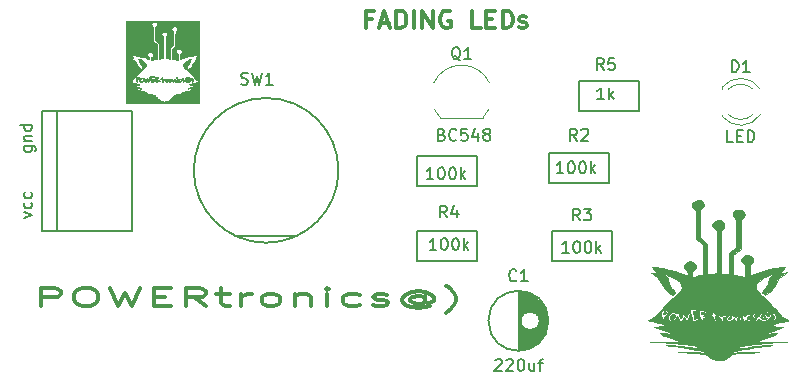
<source format=gbr>
%TF.GenerationSoftware,KiCad,Pcbnew,(5.1.6)-1*%
%TF.CreationDate,2020-09-07T11:51:13+05:30*%
%TF.ProjectId,fading led lights,66616469-6e67-4206-9c65-64206c696768,rev?*%
%TF.SameCoordinates,Original*%
%TF.FileFunction,Legend,Top*%
%TF.FilePolarity,Positive*%
%FSLAX46Y46*%
G04 Gerber Fmt 4.6, Leading zero omitted, Abs format (unit mm)*
G04 Created by KiCad (PCBNEW (5.1.6)-1) date 2020-09-07 11:51:13*
%MOMM*%
%LPD*%
G01*
G04 APERTURE LIST*
%ADD10C,0.300000*%
%ADD11C,0.010000*%
%ADD12C,0.150000*%
%ADD13C,0.120000*%
G04 APERTURE END LIST*
D10*
X139714285Y-82392857D02*
X139214285Y-82392857D01*
X139214285Y-83178571D02*
X139214285Y-81678571D01*
X139928571Y-81678571D01*
X140428571Y-82750000D02*
X141142857Y-82750000D01*
X140285714Y-83178571D02*
X140785714Y-81678571D01*
X141285714Y-83178571D01*
X141785714Y-83178571D02*
X141785714Y-81678571D01*
X142142857Y-81678571D01*
X142357142Y-81750000D01*
X142500000Y-81892857D01*
X142571428Y-82035714D01*
X142642857Y-82321428D01*
X142642857Y-82535714D01*
X142571428Y-82821428D01*
X142500000Y-82964285D01*
X142357142Y-83107142D01*
X142142857Y-83178571D01*
X141785714Y-83178571D01*
X143285714Y-83178571D02*
X143285714Y-81678571D01*
X144000000Y-83178571D02*
X144000000Y-81678571D01*
X144857142Y-83178571D01*
X144857142Y-81678571D01*
X146357142Y-81750000D02*
X146214285Y-81678571D01*
X146000000Y-81678571D01*
X145785714Y-81750000D01*
X145642857Y-81892857D01*
X145571428Y-82035714D01*
X145500000Y-82321428D01*
X145500000Y-82535714D01*
X145571428Y-82821428D01*
X145642857Y-82964285D01*
X145785714Y-83107142D01*
X146000000Y-83178571D01*
X146142857Y-83178571D01*
X146357142Y-83107142D01*
X146428571Y-83035714D01*
X146428571Y-82535714D01*
X146142857Y-82535714D01*
X148928571Y-83178571D02*
X148214285Y-83178571D01*
X148214285Y-81678571D01*
X149428571Y-82392857D02*
X149928571Y-82392857D01*
X150142857Y-83178571D02*
X149428571Y-83178571D01*
X149428571Y-81678571D01*
X150142857Y-81678571D01*
X150785714Y-83178571D02*
X150785714Y-81678571D01*
X151142857Y-81678571D01*
X151357142Y-81750000D01*
X151500000Y-81892857D01*
X151571428Y-82035714D01*
X151642857Y-82321428D01*
X151642857Y-82535714D01*
X151571428Y-82821428D01*
X151500000Y-82964285D01*
X151357142Y-83107142D01*
X151142857Y-83178571D01*
X150785714Y-83178571D01*
X152214285Y-83107142D02*
X152357142Y-83178571D01*
X152642857Y-83178571D01*
X152785714Y-83107142D01*
X152857142Y-82964285D01*
X152857142Y-82892857D01*
X152785714Y-82750000D01*
X152642857Y-82678571D01*
X152428571Y-82678571D01*
X152285714Y-82607142D01*
X152214285Y-82464285D01*
X152214285Y-82392857D01*
X152285714Y-82250000D01*
X152428571Y-82178571D01*
X152642857Y-82178571D01*
X152785714Y-82250000D01*
X111678571Y-106678571D02*
X111678571Y-105178571D01*
X112821428Y-105178571D01*
X113107142Y-105250000D01*
X113250000Y-105321428D01*
X113392857Y-105464285D01*
X113392857Y-105678571D01*
X113250000Y-105821428D01*
X113107142Y-105892857D01*
X112821428Y-105964285D01*
X111678571Y-105964285D01*
X115250000Y-105178571D02*
X115821428Y-105178571D01*
X116107142Y-105250000D01*
X116392857Y-105392857D01*
X116535714Y-105678571D01*
X116535714Y-106178571D01*
X116392857Y-106464285D01*
X116107142Y-106607142D01*
X115821428Y-106678571D01*
X115250000Y-106678571D01*
X114964285Y-106607142D01*
X114678571Y-106464285D01*
X114535714Y-106178571D01*
X114535714Y-105678571D01*
X114678571Y-105392857D01*
X114964285Y-105250000D01*
X115250000Y-105178571D01*
X117535714Y-105178571D02*
X118250000Y-106678571D01*
X118821428Y-105607142D01*
X119392857Y-106678571D01*
X120107142Y-105178571D01*
X121250000Y-105892857D02*
X122250000Y-105892857D01*
X122678571Y-106678571D02*
X121250000Y-106678571D01*
X121250000Y-105178571D01*
X122678571Y-105178571D01*
X125678571Y-106678571D02*
X124678571Y-105964285D01*
X123964285Y-106678571D02*
X123964285Y-105178571D01*
X125107142Y-105178571D01*
X125392857Y-105250000D01*
X125535714Y-105321428D01*
X125678571Y-105464285D01*
X125678571Y-105678571D01*
X125535714Y-105821428D01*
X125392857Y-105892857D01*
X125107142Y-105964285D01*
X123964285Y-105964285D01*
X126535714Y-105678571D02*
X127678571Y-105678571D01*
X126964285Y-105178571D02*
X126964285Y-106464285D01*
X127107142Y-106607142D01*
X127392857Y-106678571D01*
X127678571Y-106678571D01*
X128678571Y-106678571D02*
X128678571Y-105678571D01*
X128678571Y-105964285D02*
X128821428Y-105821428D01*
X128964285Y-105750000D01*
X129250000Y-105678571D01*
X129535714Y-105678571D01*
X130964285Y-106678571D02*
X130678571Y-106607142D01*
X130535714Y-106535714D01*
X130392857Y-106392857D01*
X130392857Y-105964285D01*
X130535714Y-105821428D01*
X130678571Y-105750000D01*
X130964285Y-105678571D01*
X131392857Y-105678571D01*
X131678571Y-105750000D01*
X131821428Y-105821428D01*
X131964285Y-105964285D01*
X131964285Y-106392857D01*
X131821428Y-106535714D01*
X131678571Y-106607142D01*
X131392857Y-106678571D01*
X130964285Y-106678571D01*
X133250000Y-105678571D02*
X133250000Y-106678571D01*
X133250000Y-105821428D02*
X133392857Y-105750000D01*
X133678571Y-105678571D01*
X134107142Y-105678571D01*
X134392857Y-105750000D01*
X134535714Y-105892857D01*
X134535714Y-106678571D01*
X135964285Y-106678571D02*
X135964285Y-105678571D01*
X135964285Y-105178571D02*
X135821428Y-105250000D01*
X135964285Y-105321428D01*
X136107142Y-105250000D01*
X135964285Y-105178571D01*
X135964285Y-105321428D01*
X138678571Y-106607142D02*
X138392857Y-106678571D01*
X137821428Y-106678571D01*
X137535714Y-106607142D01*
X137392857Y-106535714D01*
X137250000Y-106392857D01*
X137250000Y-105964285D01*
X137392857Y-105821428D01*
X137535714Y-105750000D01*
X137821428Y-105678571D01*
X138392857Y-105678571D01*
X138678571Y-105750000D01*
X139821428Y-106607142D02*
X140107142Y-106678571D01*
X140678571Y-106678571D01*
X140964285Y-106607142D01*
X141107142Y-106464285D01*
X141107142Y-106392857D01*
X140964285Y-106250000D01*
X140678571Y-106178571D01*
X140250000Y-106178571D01*
X139964285Y-106107142D01*
X139821428Y-105964285D01*
X139821428Y-105892857D01*
X139964285Y-105750000D01*
X140250000Y-105678571D01*
X140678571Y-105678571D01*
X140964285Y-105750000D01*
X144250000Y-105964285D02*
X144107142Y-105892857D01*
X143821428Y-105821428D01*
X143535714Y-105821428D01*
X143250000Y-105892857D01*
X143107142Y-105964285D01*
X142964285Y-106107142D01*
X142964285Y-106250000D01*
X143107142Y-106392857D01*
X143250000Y-106464285D01*
X143535714Y-106535714D01*
X143821428Y-106535714D01*
X144107142Y-106464285D01*
X144250000Y-106392857D01*
X144250000Y-105821428D02*
X144250000Y-106392857D01*
X144392857Y-106464285D01*
X144535714Y-106464285D01*
X144821428Y-106392857D01*
X144964285Y-106250000D01*
X144964285Y-105892857D01*
X144678571Y-105678571D01*
X144250000Y-105535714D01*
X143678571Y-105464285D01*
X143107142Y-105535714D01*
X142678571Y-105678571D01*
X142392857Y-105892857D01*
X142250000Y-106178571D01*
X142392857Y-106464285D01*
X142678571Y-106678571D01*
X143107142Y-106821428D01*
X143678571Y-106892857D01*
X144250000Y-106821428D01*
X144678571Y-106678571D01*
X145964285Y-107250000D02*
X146107142Y-107178571D01*
X146392857Y-106964285D01*
X146535714Y-106821428D01*
X146678571Y-106607142D01*
X146821428Y-106250000D01*
X146821428Y-105964285D01*
X146678571Y-105607142D01*
X146535714Y-105392857D01*
X146392857Y-105250000D01*
X146107142Y-105035714D01*
X145964285Y-104964285D01*
D11*
%TO.C,G\u002A\u002A\u002A*%
G36*
X123199439Y-87347313D02*
G01*
X123205159Y-87352859D01*
X123202624Y-87380533D01*
X123195969Y-87385299D01*
X123162760Y-87383187D01*
X123157040Y-87377641D01*
X123159575Y-87349967D01*
X123166230Y-87345200D01*
X123199439Y-87347313D01*
G37*
X123199439Y-87347313D02*
X123205159Y-87352859D01*
X123202624Y-87380533D01*
X123195969Y-87385299D01*
X123162760Y-87383187D01*
X123157040Y-87377641D01*
X123159575Y-87349967D01*
X123166230Y-87345200D01*
X123199439Y-87347313D01*
G36*
X119940084Y-87277439D02*
G01*
X119988312Y-87295394D01*
X119988320Y-87295400D01*
X120018582Y-87347311D01*
X120004016Y-87410574D01*
X119946361Y-87479626D01*
X119925138Y-87497363D01*
X119858037Y-87561804D01*
X119831146Y-87621216D01*
X119829888Y-87635688D01*
X119819734Y-87691102D01*
X119798499Y-87708492D01*
X119774516Y-87688957D01*
X119756117Y-87633593D01*
X119754858Y-87625810D01*
X119736638Y-87480886D01*
X119731695Y-87391708D01*
X119820340Y-87391708D01*
X119823197Y-87444116D01*
X119847928Y-87458350D01*
X119893978Y-87434181D01*
X119903954Y-87426181D01*
X119934808Y-87382396D01*
X119929050Y-87343723D01*
X119889949Y-87323552D01*
X119878752Y-87322917D01*
X119840856Y-87334153D01*
X119822880Y-87374450D01*
X119820340Y-87391708D01*
X119731695Y-87391708D01*
X119730833Y-87376167D01*
X119737447Y-87311971D01*
X119748327Y-87292194D01*
X119795879Y-87275516D01*
X119867869Y-87270705D01*
X119940084Y-87277439D01*
G37*
X119940084Y-87277439D02*
X119988312Y-87295394D01*
X119988320Y-87295400D01*
X120018582Y-87347311D01*
X120004016Y-87410574D01*
X119946361Y-87479626D01*
X119925138Y-87497363D01*
X119858037Y-87561804D01*
X119831146Y-87621216D01*
X119829888Y-87635688D01*
X119819734Y-87691102D01*
X119798499Y-87708492D01*
X119774516Y-87688957D01*
X119756117Y-87633593D01*
X119754858Y-87625810D01*
X119736638Y-87480886D01*
X119731695Y-87391708D01*
X119820340Y-87391708D01*
X119823197Y-87444116D01*
X119847928Y-87458350D01*
X119893978Y-87434181D01*
X119903954Y-87426181D01*
X119934808Y-87382396D01*
X119929050Y-87343723D01*
X119889949Y-87323552D01*
X119878752Y-87322917D01*
X119840856Y-87334153D01*
X119822880Y-87374450D01*
X119820340Y-87391708D01*
X119731695Y-87391708D01*
X119730833Y-87376167D01*
X119737447Y-87311971D01*
X119748327Y-87292194D01*
X119795879Y-87275516D01*
X119867869Y-87270705D01*
X119940084Y-87277439D01*
G36*
X124500537Y-87394724D02*
G01*
X124549681Y-87444040D01*
X124579415Y-87512747D01*
X124585165Y-87589808D01*
X124562358Y-87664189D01*
X124558675Y-87670495D01*
X124520555Y-87717166D01*
X124487823Y-87733061D01*
X124469545Y-87717174D01*
X124471602Y-87680155D01*
X124489000Y-87612322D01*
X124502927Y-87562761D01*
X124505562Y-87514854D01*
X124473537Y-87473755D01*
X124453666Y-87458402D01*
X124400641Y-87413097D01*
X124392594Y-87385982D01*
X124429296Y-87375943D01*
X124436556Y-87375833D01*
X124500537Y-87394724D01*
G37*
X124500537Y-87394724D02*
X124549681Y-87444040D01*
X124579415Y-87512747D01*
X124585165Y-87589808D01*
X124562358Y-87664189D01*
X124558675Y-87670495D01*
X124520555Y-87717166D01*
X124487823Y-87733061D01*
X124469545Y-87717174D01*
X124471602Y-87680155D01*
X124489000Y-87612322D01*
X124502927Y-87562761D01*
X124505562Y-87514854D01*
X124473537Y-87473755D01*
X124453666Y-87458402D01*
X124400641Y-87413097D01*
X124392594Y-87385982D01*
X124429296Y-87375943D01*
X124436556Y-87375833D01*
X124500537Y-87394724D01*
G36*
X124214605Y-87324493D02*
G01*
X124305811Y-87368311D01*
X124315360Y-87375877D01*
X124364038Y-87422823D01*
X124380045Y-87463118D01*
X124373572Y-87507871D01*
X124322198Y-87610928D01*
X124229664Y-87689335D01*
X124205880Y-87702130D01*
X124104917Y-87732723D01*
X124008447Y-87721205D01*
X123936006Y-87683433D01*
X123861515Y-87631199D01*
X123802629Y-87683433D01*
X123748080Y-87725066D01*
X123712244Y-87733367D01*
X123691197Y-87717329D01*
X123697533Y-87691340D01*
X123727200Y-87661583D01*
X123759952Y-87625608D01*
X123758459Y-87600939D01*
X123724714Y-87598111D01*
X123715671Y-87600638D01*
X123656662Y-87599958D01*
X123603596Y-87570292D01*
X123599984Y-87564240D01*
X123930400Y-87564240D01*
X123951529Y-87603596D01*
X124002191Y-87642495D01*
X124063296Y-87668218D01*
X124092389Y-87672167D01*
X124153128Y-87659524D01*
X124184400Y-87640417D01*
X124198559Y-87619157D01*
X124177485Y-87610225D01*
X124129090Y-87608667D01*
X124045524Y-87598905D01*
X124002471Y-87571482D01*
X124003290Y-87545167D01*
X124082800Y-87545167D01*
X124091466Y-87565783D01*
X124094000Y-87566333D01*
X124115686Y-87551501D01*
X124120900Y-87545167D01*
X124118886Y-87525662D01*
X124109699Y-87524000D01*
X124083833Y-87539365D01*
X124082800Y-87545167D01*
X124003290Y-87545167D01*
X124003788Y-87529195D01*
X124008370Y-87521242D01*
X124058541Y-87471863D01*
X124118811Y-87450429D01*
X124175248Y-87457916D01*
X124213919Y-87495302D01*
X124218318Y-87506527D01*
X124244100Y-87536979D01*
X124279232Y-87534354D01*
X124305394Y-87501076D01*
X124307147Y-87494771D01*
X124296890Y-87442519D01*
X124250322Y-87399656D01*
X124181855Y-87373238D01*
X124105898Y-87370320D01*
X124071223Y-87379258D01*
X124019193Y-87415060D01*
X123969456Y-87473164D01*
X123936342Y-87534743D01*
X123930400Y-87564240D01*
X123599984Y-87564240D01*
X123575677Y-87523522D01*
X123574800Y-87513496D01*
X123592540Y-87463450D01*
X123635516Y-87416060D01*
X123688362Y-87384992D01*
X123724370Y-87380476D01*
X123764755Y-87398923D01*
X123761518Y-87427431D01*
X123715859Y-87456131D01*
X123715157Y-87456399D01*
X123659513Y-87488152D01*
X123651712Y-87517894D01*
X123689099Y-87538984D01*
X123750630Y-87545167D01*
X123817165Y-87541385D01*
X123852843Y-87522350D01*
X123877413Y-87476524D01*
X123880248Y-87469445D01*
X123934489Y-87390501D01*
X124016555Y-87338252D01*
X124114057Y-87315361D01*
X124214605Y-87324493D01*
G37*
X124214605Y-87324493D02*
X124305811Y-87368311D01*
X124315360Y-87375877D01*
X124364038Y-87422823D01*
X124380045Y-87463118D01*
X124373572Y-87507871D01*
X124322198Y-87610928D01*
X124229664Y-87689335D01*
X124205880Y-87702130D01*
X124104917Y-87732723D01*
X124008447Y-87721205D01*
X123936006Y-87683433D01*
X123861515Y-87631199D01*
X123802629Y-87683433D01*
X123748080Y-87725066D01*
X123712244Y-87733367D01*
X123691197Y-87717329D01*
X123697533Y-87691340D01*
X123727200Y-87661583D01*
X123759952Y-87625608D01*
X123758459Y-87600939D01*
X123724714Y-87598111D01*
X123715671Y-87600638D01*
X123656662Y-87599958D01*
X123603596Y-87570292D01*
X123599984Y-87564240D01*
X123930400Y-87564240D01*
X123951529Y-87603596D01*
X124002191Y-87642495D01*
X124063296Y-87668218D01*
X124092389Y-87672167D01*
X124153128Y-87659524D01*
X124184400Y-87640417D01*
X124198559Y-87619157D01*
X124177485Y-87610225D01*
X124129090Y-87608667D01*
X124045524Y-87598905D01*
X124002471Y-87571482D01*
X124003290Y-87545167D01*
X124082800Y-87545167D01*
X124091466Y-87565783D01*
X124094000Y-87566333D01*
X124115686Y-87551501D01*
X124120900Y-87545167D01*
X124118886Y-87525662D01*
X124109699Y-87524000D01*
X124083833Y-87539365D01*
X124082800Y-87545167D01*
X124003290Y-87545167D01*
X124003788Y-87529195D01*
X124008370Y-87521242D01*
X124058541Y-87471863D01*
X124118811Y-87450429D01*
X124175248Y-87457916D01*
X124213919Y-87495302D01*
X124218318Y-87506527D01*
X124244100Y-87536979D01*
X124279232Y-87534354D01*
X124305394Y-87501076D01*
X124307147Y-87494771D01*
X124296890Y-87442519D01*
X124250322Y-87399656D01*
X124181855Y-87373238D01*
X124105898Y-87370320D01*
X124071223Y-87379258D01*
X124019193Y-87415060D01*
X123969456Y-87473164D01*
X123936342Y-87534743D01*
X123930400Y-87564240D01*
X123599984Y-87564240D01*
X123575677Y-87523522D01*
X123574800Y-87513496D01*
X123592540Y-87463450D01*
X123635516Y-87416060D01*
X123688362Y-87384992D01*
X123724370Y-87380476D01*
X123764755Y-87398923D01*
X123761518Y-87427431D01*
X123715859Y-87456131D01*
X123715157Y-87456399D01*
X123659513Y-87488152D01*
X123651712Y-87517894D01*
X123689099Y-87538984D01*
X123750630Y-87545167D01*
X123817165Y-87541385D01*
X123852843Y-87522350D01*
X123877413Y-87476524D01*
X123880248Y-87469445D01*
X123934489Y-87390501D01*
X124016555Y-87338252D01*
X124114057Y-87315361D01*
X124214605Y-87324493D01*
G36*
X123474993Y-87458561D02*
G01*
X123492728Y-87481401D01*
X123475763Y-87499425D01*
X123449372Y-87502833D01*
X123396077Y-87520742D01*
X123361702Y-87563080D01*
X123355930Y-87612767D01*
X123371450Y-87640267D01*
X123400609Y-87661373D01*
X123434253Y-87655609D01*
X123462760Y-87641129D01*
X123515842Y-87623803D01*
X123540943Y-87636765D01*
X123530661Y-87671599D01*
X123509851Y-87694667D01*
X123447553Y-87730696D01*
X123378249Y-87726634D01*
X123326451Y-87702716D01*
X123285680Y-87681599D01*
X123271430Y-87686569D01*
X123270000Y-87702716D01*
X123257266Y-87732076D01*
X123227589Y-87728465D01*
X123194693Y-87694725D01*
X123177451Y-87647774D01*
X123169596Y-87585838D01*
X123171327Y-87525132D01*
X123182842Y-87481870D01*
X123191971Y-87472025D01*
X123216753Y-87479143D01*
X123232223Y-87503682D01*
X123245492Y-87530746D01*
X123263664Y-87530692D01*
X123299951Y-87501545D01*
X123310630Y-87491975D01*
X123375028Y-87451332D01*
X123427138Y-87443194D01*
X123474993Y-87458561D01*
G37*
X123474993Y-87458561D02*
X123492728Y-87481401D01*
X123475763Y-87499425D01*
X123449372Y-87502833D01*
X123396077Y-87520742D01*
X123361702Y-87563080D01*
X123355930Y-87612767D01*
X123371450Y-87640267D01*
X123400609Y-87661373D01*
X123434253Y-87655609D01*
X123462760Y-87641129D01*
X123515842Y-87623803D01*
X123540943Y-87636765D01*
X123530661Y-87671599D01*
X123509851Y-87694667D01*
X123447553Y-87730696D01*
X123378249Y-87726634D01*
X123326451Y-87702716D01*
X123285680Y-87681599D01*
X123271430Y-87686569D01*
X123270000Y-87702716D01*
X123257266Y-87732076D01*
X123227589Y-87728465D01*
X123194693Y-87694725D01*
X123177451Y-87647774D01*
X123169596Y-87585838D01*
X123171327Y-87525132D01*
X123182842Y-87481870D01*
X123191971Y-87472025D01*
X123216753Y-87479143D01*
X123232223Y-87503682D01*
X123245492Y-87530746D01*
X123263664Y-87530692D01*
X123299951Y-87501545D01*
X123310630Y-87491975D01*
X123375028Y-87451332D01*
X123427138Y-87443194D01*
X123474993Y-87458561D01*
G36*
X122745877Y-87478373D02*
G01*
X122754387Y-87486958D01*
X122791709Y-87517713D01*
X122829683Y-87538927D01*
X122877586Y-87553445D01*
X122911000Y-87537826D01*
X122915344Y-87533635D01*
X122967768Y-87505700D01*
X123024217Y-87512230D01*
X123074573Y-87547028D01*
X123108717Y-87603900D01*
X123117600Y-87657473D01*
X123106477Y-87700300D01*
X123081759Y-87708511D01*
X123056418Y-87683569D01*
X123045599Y-87649342D01*
X123024448Y-87592623D01*
X122993181Y-87572802D01*
X122962383Y-87588118D01*
X122942639Y-87636810D01*
X122940188Y-87666875D01*
X122923896Y-87705446D01*
X122887314Y-87716105D01*
X122847596Y-87699551D01*
X122823390Y-87662116D01*
X122807613Y-87609732D01*
X122732053Y-87672699D01*
X122658499Y-87721167D01*
X122592247Y-87732807D01*
X122527050Y-87712804D01*
X122488875Y-87672673D01*
X122483701Y-87633114D01*
X122558800Y-87633114D01*
X122573489Y-87666458D01*
X122612969Y-87666445D01*
X122664749Y-87637136D01*
X122698571Y-87597995D01*
X122710524Y-87556882D01*
X122698415Y-87528655D01*
X122681450Y-87524000D01*
X122631162Y-87541161D01*
X122583983Y-87581113D01*
X122559350Y-87626564D01*
X122558800Y-87633114D01*
X122483701Y-87633114D01*
X122481269Y-87614521D01*
X122502641Y-87553100D01*
X122549525Y-87504369D01*
X122622714Y-87470863D01*
X122693523Y-87461742D01*
X122745877Y-87478373D01*
G37*
X122745877Y-87478373D02*
X122754387Y-87486958D01*
X122791709Y-87517713D01*
X122829683Y-87538927D01*
X122877586Y-87553445D01*
X122911000Y-87537826D01*
X122915344Y-87533635D01*
X122967768Y-87505700D01*
X123024217Y-87512230D01*
X123074573Y-87547028D01*
X123108717Y-87603900D01*
X123117600Y-87657473D01*
X123106477Y-87700300D01*
X123081759Y-87708511D01*
X123056418Y-87683569D01*
X123045599Y-87649342D01*
X123024448Y-87592623D01*
X122993181Y-87572802D01*
X122962383Y-87588118D01*
X122942639Y-87636810D01*
X122940188Y-87666875D01*
X122923896Y-87705446D01*
X122887314Y-87716105D01*
X122847596Y-87699551D01*
X122823390Y-87662116D01*
X122807613Y-87609732D01*
X122732053Y-87672699D01*
X122658499Y-87721167D01*
X122592247Y-87732807D01*
X122527050Y-87712804D01*
X122488875Y-87672673D01*
X122483701Y-87633114D01*
X122558800Y-87633114D01*
X122573489Y-87666458D01*
X122612969Y-87666445D01*
X122664749Y-87637136D01*
X122698571Y-87597995D01*
X122710524Y-87556882D01*
X122698415Y-87528655D01*
X122681450Y-87524000D01*
X122631162Y-87541161D01*
X122583983Y-87581113D01*
X122559350Y-87626564D01*
X122558800Y-87633114D01*
X122483701Y-87633114D01*
X122481269Y-87614521D01*
X122502641Y-87553100D01*
X122549525Y-87504369D01*
X122622714Y-87470863D01*
X122693523Y-87461742D01*
X122745877Y-87478373D01*
G36*
X121968335Y-87363688D02*
G01*
X121974482Y-87385849D01*
X121988992Y-87426232D01*
X122020910Y-87448624D01*
X122085608Y-87462666D01*
X122100466Y-87464844D01*
X122173759Y-87481312D01*
X122225039Y-87503809D01*
X122234878Y-87512934D01*
X122254999Y-87530830D01*
X122285922Y-87524498D01*
X122330331Y-87499405D01*
X122384901Y-87470898D01*
X122421311Y-87469228D01*
X122443437Y-87480932D01*
X122479216Y-87516512D01*
X122467271Y-87538689D01*
X122419100Y-87545167D01*
X122377965Y-87549881D01*
X122359839Y-87572003D01*
X122355610Y-87623500D01*
X122355600Y-87628584D01*
X122347207Y-87697762D01*
X122323994Y-87727731D01*
X122288910Y-87718941D01*
X122244904Y-87671843D01*
X122204528Y-87605515D01*
X122170251Y-87547645D01*
X122140729Y-87521013D01*
X122104218Y-87516821D01*
X122088865Y-87518825D01*
X122026900Y-87537093D01*
X122006933Y-87570575D01*
X122024357Y-87627668D01*
X122026620Y-87632288D01*
X122041088Y-87682274D01*
X122034181Y-87717457D01*
X122011315Y-87728405D01*
X121981915Y-87710105D01*
X121960133Y-87671777D01*
X121941055Y-87613829D01*
X121939079Y-87605233D01*
X121917060Y-87547293D01*
X121873743Y-87515132D01*
X121844962Y-87505239D01*
X121794442Y-87480761D01*
X121787695Y-87455978D01*
X121824356Y-87440654D01*
X121847411Y-87439333D01*
X121889229Y-87421554D01*
X121903062Y-87385758D01*
X121920246Y-87338682D01*
X121945240Y-87331329D01*
X121968335Y-87363688D01*
G37*
X121968335Y-87363688D02*
X121974482Y-87385849D01*
X121988992Y-87426232D01*
X122020910Y-87448624D01*
X122085608Y-87462666D01*
X122100466Y-87464844D01*
X122173759Y-87481312D01*
X122225039Y-87503809D01*
X122234878Y-87512934D01*
X122254999Y-87530830D01*
X122285922Y-87524498D01*
X122330331Y-87499405D01*
X122384901Y-87470898D01*
X122421311Y-87469228D01*
X122443437Y-87480932D01*
X122479216Y-87516512D01*
X122467271Y-87538689D01*
X122419100Y-87545167D01*
X122377965Y-87549881D01*
X122359839Y-87572003D01*
X122355610Y-87623500D01*
X122355600Y-87628584D01*
X122347207Y-87697762D01*
X122323994Y-87727731D01*
X122288910Y-87718941D01*
X122244904Y-87671843D01*
X122204528Y-87605515D01*
X122170251Y-87547645D01*
X122140729Y-87521013D01*
X122104218Y-87516821D01*
X122088865Y-87518825D01*
X122026900Y-87537093D01*
X122006933Y-87570575D01*
X122024357Y-87627668D01*
X122026620Y-87632288D01*
X122041088Y-87682274D01*
X122034181Y-87717457D01*
X122011315Y-87728405D01*
X121981915Y-87710105D01*
X121960133Y-87671777D01*
X121941055Y-87613829D01*
X121939079Y-87605233D01*
X121917060Y-87547293D01*
X121873743Y-87515132D01*
X121844962Y-87505239D01*
X121794442Y-87480761D01*
X121787695Y-87455978D01*
X121824356Y-87440654D01*
X121847411Y-87439333D01*
X121889229Y-87421554D01*
X121903062Y-87385758D01*
X121920246Y-87338682D01*
X121945240Y-87331329D01*
X121968335Y-87363688D01*
G36*
X121507924Y-87278722D02*
G01*
X121577792Y-87299398D01*
X121628827Y-87329029D01*
X121644400Y-87355347D01*
X121628178Y-87382260D01*
X121587399Y-87425197D01*
X121567271Y-87443474D01*
X121490143Y-87510730D01*
X121622580Y-87555095D01*
X121702206Y-87586531D01*
X121753241Y-87616018D01*
X121770222Y-87638876D01*
X121747682Y-87650426D01*
X121734600Y-87651000D01*
X121685077Y-87643141D01*
X121615805Y-87623778D01*
X121602382Y-87619250D01*
X121532553Y-87595993D01*
X121499368Y-87592080D01*
X121492544Y-87610638D01*
X121500693Y-87650179D01*
X121504421Y-87704982D01*
X121485139Y-87723845D01*
X121449204Y-87705367D01*
X121416919Y-87668612D01*
X121367138Y-87568729D01*
X121342755Y-87448609D01*
X121343389Y-87397000D01*
X121415800Y-87397000D01*
X121419823Y-87445258D01*
X121439950Y-87457769D01*
X121488263Y-87440986D01*
X121493669Y-87438588D01*
X121536178Y-87404544D01*
X121542047Y-87366683D01*
X121513211Y-87339162D01*
X121479300Y-87333500D01*
X121433918Y-87340334D01*
X121417316Y-87369386D01*
X121415800Y-87397000D01*
X121343389Y-87397000D01*
X121343917Y-87354106D01*
X121355203Y-87303741D01*
X121384259Y-87281455D01*
X121436647Y-87273839D01*
X121507924Y-87278722D01*
G37*
X121507924Y-87278722D02*
X121577792Y-87299398D01*
X121628827Y-87329029D01*
X121644400Y-87355347D01*
X121628178Y-87382260D01*
X121587399Y-87425197D01*
X121567271Y-87443474D01*
X121490143Y-87510730D01*
X121622580Y-87555095D01*
X121702206Y-87586531D01*
X121753241Y-87616018D01*
X121770222Y-87638876D01*
X121747682Y-87650426D01*
X121734600Y-87651000D01*
X121685077Y-87643141D01*
X121615805Y-87623778D01*
X121602382Y-87619250D01*
X121532553Y-87595993D01*
X121499368Y-87592080D01*
X121492544Y-87610638D01*
X121500693Y-87650179D01*
X121504421Y-87704982D01*
X121485139Y-87723845D01*
X121449204Y-87705367D01*
X121416919Y-87668612D01*
X121367138Y-87568729D01*
X121342755Y-87448609D01*
X121343389Y-87397000D01*
X121415800Y-87397000D01*
X121419823Y-87445258D01*
X121439950Y-87457769D01*
X121488263Y-87440986D01*
X121493669Y-87438588D01*
X121536178Y-87404544D01*
X121542047Y-87366683D01*
X121513211Y-87339162D01*
X121479300Y-87333500D01*
X121433918Y-87340334D01*
X121417316Y-87369386D01*
X121415800Y-87397000D01*
X121343389Y-87397000D01*
X121343917Y-87354106D01*
X121355203Y-87303741D01*
X121384259Y-87281455D01*
X121436647Y-87273839D01*
X121507924Y-87278722D01*
G36*
X121160756Y-87233630D02*
G01*
X121240413Y-87248425D01*
X121255396Y-87253079D01*
X121295004Y-87268276D01*
X121300057Y-87277259D01*
X121264942Y-87283776D01*
X121199900Y-87290121D01*
X121124677Y-87298569D01*
X121086175Y-87312068D01*
X121070557Y-87339817D01*
X121065113Y-87379776D01*
X121063169Y-87431095D01*
X121080515Y-87454304D01*
X121130998Y-87462887D01*
X121152049Y-87464442D01*
X121222715Y-87476276D01*
X121254684Y-87494987D01*
X121244858Y-87514104D01*
X121190143Y-87527156D01*
X121182391Y-87527855D01*
X121125031Y-87537005D01*
X121104724Y-87558479D01*
X121105197Y-87586192D01*
X121117333Y-87635182D01*
X121143351Y-87648786D01*
X121194953Y-87631125D01*
X121210950Y-87623429D01*
X121289186Y-87592330D01*
X121332377Y-87588952D01*
X121337583Y-87608206D01*
X121301861Y-87645005D01*
X121244803Y-87681987D01*
X121167878Y-87721112D01*
X121116584Y-87733422D01*
X121078937Y-87720554D01*
X121063091Y-87706820D01*
X121040358Y-87664624D01*
X121017199Y-87586472D01*
X120995140Y-87478709D01*
X120975708Y-87347682D01*
X120974606Y-87338792D01*
X120960993Y-87227667D01*
X121072443Y-87227667D01*
X121160756Y-87233630D01*
G37*
X121160756Y-87233630D02*
X121240413Y-87248425D01*
X121255396Y-87253079D01*
X121295004Y-87268276D01*
X121300057Y-87277259D01*
X121264942Y-87283776D01*
X121199900Y-87290121D01*
X121124677Y-87298569D01*
X121086175Y-87312068D01*
X121070557Y-87339817D01*
X121065113Y-87379776D01*
X121063169Y-87431095D01*
X121080515Y-87454304D01*
X121130998Y-87462887D01*
X121152049Y-87464442D01*
X121222715Y-87476276D01*
X121254684Y-87494987D01*
X121244858Y-87514104D01*
X121190143Y-87527156D01*
X121182391Y-87527855D01*
X121125031Y-87537005D01*
X121104724Y-87558479D01*
X121105197Y-87586192D01*
X121117333Y-87635182D01*
X121143351Y-87648786D01*
X121194953Y-87631125D01*
X121210950Y-87623429D01*
X121289186Y-87592330D01*
X121332377Y-87588952D01*
X121337583Y-87608206D01*
X121301861Y-87645005D01*
X121244803Y-87681987D01*
X121167878Y-87721112D01*
X121116584Y-87733422D01*
X121078937Y-87720554D01*
X121063091Y-87706820D01*
X121040358Y-87664624D01*
X121017199Y-87586472D01*
X120995140Y-87478709D01*
X120975708Y-87347682D01*
X120974606Y-87338792D01*
X120960993Y-87227667D01*
X121072443Y-87227667D01*
X121160756Y-87233630D01*
G36*
X120922325Y-87330816D02*
G01*
X120933463Y-87378906D01*
X120933274Y-87445566D01*
X120923194Y-87519756D01*
X120904662Y-87590438D01*
X120879115Y-87646576D01*
X120851114Y-87675646D01*
X120809574Y-87690789D01*
X120776427Y-87679207D01*
X120737762Y-87635315D01*
X120732341Y-87627953D01*
X120684628Y-87562573D01*
X120654661Y-87638241D01*
X120629850Y-87690417D01*
X120606971Y-87722355D01*
X120603439Y-87724857D01*
X120555435Y-87727501D01*
X120503425Y-87694248D01*
X120455217Y-87630375D01*
X120450340Y-87621438D01*
X120404527Y-87534583D01*
X120374009Y-87604018D01*
X120325686Y-87669055D01*
X120255011Y-87712985D01*
X120175520Y-87731789D01*
X120100753Y-87721451D01*
X120060836Y-87696958D01*
X120028155Y-87640209D01*
X120022005Y-87580568D01*
X120095000Y-87580568D01*
X120100156Y-87630297D01*
X120111933Y-87658055D01*
X120160896Y-87672509D01*
X120221264Y-87654643D01*
X120270956Y-87616395D01*
X120310688Y-87553401D01*
X120322141Y-87487651D01*
X120303860Y-87434322D01*
X120289676Y-87421055D01*
X120247874Y-87415876D01*
X120195840Y-87439315D01*
X120145258Y-87481798D01*
X120107813Y-87533750D01*
X120095000Y-87580568D01*
X120022005Y-87580568D01*
X120020408Y-87565081D01*
X120038769Y-87490613D01*
X120047172Y-87474983D01*
X120112536Y-87404101D01*
X120196624Y-87363909D01*
X120287738Y-87358389D01*
X120342994Y-87374288D01*
X120402240Y-87396637D01*
X120427601Y-87404111D01*
X120457918Y-87429148D01*
X120488652Y-87481016D01*
X120500935Y-87512035D01*
X120530727Y-87588219D01*
X120555964Y-87622797D01*
X120578132Y-87615579D01*
X120598719Y-87566375D01*
X120614871Y-87497542D01*
X120636989Y-87438632D01*
X120669014Y-87420251D01*
X120706854Y-87442234D01*
X120745663Y-87502833D01*
X120780773Y-87562493D01*
X120809003Y-87584832D01*
X120827033Y-87568831D01*
X120831879Y-87529292D01*
X120838195Y-87442760D01*
X120854292Y-87371448D01*
X120877200Y-87325034D01*
X120898423Y-87312333D01*
X120922325Y-87330816D01*
G37*
X120922325Y-87330816D02*
X120933463Y-87378906D01*
X120933274Y-87445566D01*
X120923194Y-87519756D01*
X120904662Y-87590438D01*
X120879115Y-87646576D01*
X120851114Y-87675646D01*
X120809574Y-87690789D01*
X120776427Y-87679207D01*
X120737762Y-87635315D01*
X120732341Y-87627953D01*
X120684628Y-87562573D01*
X120654661Y-87638241D01*
X120629850Y-87690417D01*
X120606971Y-87722355D01*
X120603439Y-87724857D01*
X120555435Y-87727501D01*
X120503425Y-87694248D01*
X120455217Y-87630375D01*
X120450340Y-87621438D01*
X120404527Y-87534583D01*
X120374009Y-87604018D01*
X120325686Y-87669055D01*
X120255011Y-87712985D01*
X120175520Y-87731789D01*
X120100753Y-87721451D01*
X120060836Y-87696958D01*
X120028155Y-87640209D01*
X120022005Y-87580568D01*
X120095000Y-87580568D01*
X120100156Y-87630297D01*
X120111933Y-87658055D01*
X120160896Y-87672509D01*
X120221264Y-87654643D01*
X120270956Y-87616395D01*
X120310688Y-87553401D01*
X120322141Y-87487651D01*
X120303860Y-87434322D01*
X120289676Y-87421055D01*
X120247874Y-87415876D01*
X120195840Y-87439315D01*
X120145258Y-87481798D01*
X120107813Y-87533750D01*
X120095000Y-87580568D01*
X120022005Y-87580568D01*
X120020408Y-87565081D01*
X120038769Y-87490613D01*
X120047172Y-87474983D01*
X120112536Y-87404101D01*
X120196624Y-87363909D01*
X120287738Y-87358389D01*
X120342994Y-87374288D01*
X120402240Y-87396637D01*
X120427601Y-87404111D01*
X120457918Y-87429148D01*
X120488652Y-87481016D01*
X120500935Y-87512035D01*
X120530727Y-87588219D01*
X120555964Y-87622797D01*
X120578132Y-87615579D01*
X120598719Y-87566375D01*
X120614871Y-87497542D01*
X120636989Y-87438632D01*
X120669014Y-87420251D01*
X120706854Y-87442234D01*
X120745663Y-87502833D01*
X120780773Y-87562493D01*
X120809003Y-87584832D01*
X120827033Y-87568831D01*
X120831879Y-87529292D01*
X120838195Y-87442760D01*
X120854292Y-87371448D01*
X120877200Y-87325034D01*
X120898423Y-87312333D01*
X120922325Y-87330816D01*
G36*
X125124200Y-85100417D02*
G01*
X125124089Y-85426612D01*
X125123766Y-85740829D01*
X125123245Y-86040497D01*
X125122540Y-86323045D01*
X125121664Y-86585902D01*
X125120630Y-86826497D01*
X125119453Y-87042259D01*
X125118146Y-87230618D01*
X125116724Y-87389002D01*
X125115199Y-87514841D01*
X125113585Y-87605564D01*
X125111896Y-87658599D01*
X125110488Y-87672167D01*
X125081387Y-87663378D01*
X125024654Y-87641314D01*
X124999562Y-87630837D01*
X124930135Y-87593112D01*
X124854128Y-87534640D01*
X124767278Y-87451314D01*
X124665322Y-87339025D01*
X124543996Y-87193666D01*
X124537432Y-87185564D01*
X124456061Y-87092587D01*
X124350870Y-86983295D01*
X124234784Y-86870603D01*
X124120727Y-86767426D01*
X124108200Y-86756647D01*
X123962532Y-86627400D01*
X123854470Y-86520290D01*
X123781145Y-86431874D01*
X123739686Y-86358710D01*
X123727200Y-86299687D01*
X123750297Y-86207998D01*
X123815482Y-86108958D01*
X123916590Y-86008459D01*
X124047459Y-85912393D01*
X124201924Y-85826653D01*
X124240705Y-85808762D01*
X124340623Y-85768310D01*
X124401072Y-85753079D01*
X124421627Y-85763017D01*
X124401861Y-85798070D01*
X124375929Y-85825787D01*
X124318932Y-85907048D01*
X124286878Y-86015988D01*
X124260420Y-86128799D01*
X124218038Y-86228396D01*
X124151660Y-86331216D01*
X124098826Y-86399002D01*
X124051250Y-86459949D01*
X124017946Y-86507439D01*
X124006599Y-86529757D01*
X124024679Y-86553587D01*
X124068633Y-86587887D01*
X124072939Y-86590746D01*
X124139278Y-86634232D01*
X124253247Y-86566026D01*
X124327931Y-86514047D01*
X124393653Y-86450131D01*
X124456304Y-86366662D01*
X124521769Y-86256022D01*
X124579683Y-86143723D01*
X124650615Y-86021842D01*
X124737732Y-85917326D01*
X124851906Y-85819012D01*
X124984500Y-85728057D01*
X125060700Y-85679551D01*
X124927350Y-85690612D01*
X124844995Y-85694203D01*
X124803636Y-85684677D01*
X124801700Y-85657310D01*
X124837614Y-85607376D01*
X124883146Y-85557813D01*
X124942328Y-85491875D01*
X124967029Y-85452481D01*
X124958244Y-85435870D01*
X124916968Y-85438286D01*
X124914650Y-85438726D01*
X124868095Y-85447066D01*
X124783741Y-85461590D01*
X124673621Y-85480245D01*
X124551289Y-85500724D01*
X124227065Y-85563620D01*
X123948536Y-85637038D01*
X123711892Y-85722009D01*
X123677231Y-85736935D01*
X123594552Y-85772335D01*
X123529363Y-85798170D01*
X123494515Y-85809377D01*
X123493081Y-85809500D01*
X123484892Y-85789799D01*
X123478342Y-85736546D01*
X123474220Y-85658517D01*
X123473200Y-85588878D01*
X123473766Y-85489732D01*
X123477222Y-85423101D01*
X123486200Y-85379165D01*
X123503333Y-85348107D01*
X123531255Y-85320107D01*
X123549400Y-85304756D01*
X123601077Y-85251830D01*
X123622598Y-85195214D01*
X123625599Y-85146260D01*
X123619309Y-85079519D01*
X123593327Y-85033994D01*
X123547451Y-84996465D01*
X123452047Y-84953365D01*
X123351741Y-84946745D01*
X123257713Y-84972931D01*
X123181142Y-85028248D01*
X123133209Y-85109019D01*
X123126610Y-85134808D01*
X123122515Y-85185079D01*
X123138182Y-85226490D01*
X123181223Y-85274971D01*
X123203692Y-85296123D01*
X123295400Y-85380714D01*
X123295400Y-85626857D01*
X123293729Y-85723266D01*
X123289185Y-85801960D01*
X123282469Y-85854631D01*
X123274610Y-85873000D01*
X123239980Y-85867512D01*
X123174407Y-85853494D01*
X123128560Y-85842751D01*
X123028204Y-85819070D01*
X122926136Y-85795811D01*
X122895350Y-85789019D01*
X122787399Y-85765535D01*
X122787400Y-85344957D01*
X122787400Y-84924380D01*
X122939800Y-84798556D01*
X123092200Y-84672733D01*
X123092200Y-84056983D01*
X123092398Y-83878542D01*
X123093216Y-83737725D01*
X123094989Y-83629823D01*
X123098051Y-83550127D01*
X123102737Y-83493929D01*
X123109381Y-83456519D01*
X123118319Y-83433190D01*
X123129884Y-83419231D01*
X123137926Y-83413575D01*
X123223406Y-83341184D01*
X123262836Y-83258371D01*
X123254464Y-83170836D01*
X123227702Y-83121111D01*
X123153730Y-83052948D01*
X123060246Y-83019515D01*
X122958962Y-83022151D01*
X122861591Y-83062193D01*
X122840886Y-83076909D01*
X122775743Y-83152710D01*
X122757456Y-83236748D01*
X122786100Y-83320758D01*
X122838200Y-83378590D01*
X122914400Y-83442090D01*
X122914400Y-84026039D01*
X122914399Y-84609988D01*
X122609599Y-84874502D01*
X122609600Y-85313199D01*
X122609600Y-85751896D01*
X122476250Y-85738549D01*
X122391348Y-85730833D01*
X122322336Y-85725922D01*
X122298450Y-85725017D01*
X122287753Y-85722835D01*
X122278919Y-85713936D01*
X122271770Y-85694645D01*
X122266129Y-85661287D01*
X122261819Y-85610188D01*
X122258664Y-85537673D01*
X122256485Y-85440066D01*
X122255107Y-85313694D01*
X122254353Y-85154881D01*
X122254044Y-84959953D01*
X122254000Y-84801992D01*
X122254000Y-83879151D01*
X122330200Y-83819833D01*
X122390320Y-83748518D01*
X122408976Y-83669111D01*
X122390645Y-83591107D01*
X122339808Y-83524004D01*
X122260943Y-83477298D01*
X122160703Y-83460470D01*
X122053391Y-83478490D01*
X121972522Y-83525381D01*
X121922022Y-83592127D01*
X121905815Y-83669707D01*
X121927826Y-83749104D01*
X121991980Y-83821299D01*
X122000863Y-83827774D01*
X122076200Y-83880600D01*
X122076200Y-85718803D01*
X121920074Y-85732401D01*
X121828904Y-85739698D01*
X121753069Y-85744633D01*
X121716874Y-85746000D01*
X121703578Y-85744135D01*
X121693049Y-85735601D01*
X121684966Y-85715989D01*
X121679005Y-85680892D01*
X121674847Y-85625902D01*
X121672169Y-85546609D01*
X121670649Y-85438607D01*
X121669967Y-85297486D01*
X121669800Y-85118838D01*
X121669800Y-85100698D01*
X121669799Y-84455396D01*
X121518196Y-84325078D01*
X121366592Y-84194759D01*
X121365146Y-83044469D01*
X121439218Y-82985332D01*
X121510543Y-82908505D01*
X121533463Y-82827065D01*
X121516410Y-82748417D01*
X121465762Y-82674599D01*
X121391528Y-82630386D01*
X121304306Y-82614065D01*
X121214696Y-82623927D01*
X121133294Y-82658260D01*
X121070699Y-82715354D01*
X121037509Y-82793498D01*
X121034800Y-82826164D01*
X121041898Y-82889319D01*
X121070599Y-82937844D01*
X121123700Y-82985121D01*
X121212600Y-83054990D01*
X121212600Y-84271321D01*
X121365053Y-84403624D01*
X121517506Y-84535928D01*
X121515820Y-85136624D01*
X121514792Y-85292478D01*
X121512725Y-85434793D01*
X121509789Y-85557994D01*
X121506157Y-85656506D01*
X121501998Y-85724756D01*
X121497485Y-85757168D01*
X121496717Y-85758686D01*
X121468014Y-85771368D01*
X121404117Y-85791189D01*
X121318981Y-85814574D01*
X121226556Y-85837945D01*
X121140797Y-85857726D01*
X121075655Y-85870339D01*
X121050794Y-85873000D01*
X121042100Y-85853835D01*
X121036291Y-85804321D01*
X121034799Y-85754492D01*
X121038350Y-85681600D01*
X121053715Y-85634138D01*
X121087968Y-85595387D01*
X121109545Y-85577799D01*
X121182877Y-85500864D01*
X121206117Y-85421697D01*
X121179966Y-85337458D01*
X121172114Y-85324653D01*
X121100585Y-85251288D01*
X121008789Y-85212216D01*
X120906775Y-85210505D01*
X120850456Y-85226401D01*
X120763673Y-85281159D01*
X120714004Y-85355604D01*
X120703648Y-85439082D01*
X120734809Y-85520942D01*
X120779608Y-85569255D01*
X120824716Y-85621500D01*
X120855882Y-85686088D01*
X120868464Y-85748310D01*
X120857817Y-85793457D01*
X120852245Y-85799351D01*
X120824114Y-85796472D01*
X120763188Y-85777535D01*
X120681500Y-85746394D01*
X120662964Y-85738719D01*
X120440074Y-85654507D01*
X120206553Y-85586075D01*
X119946643Y-85529135D01*
X119793686Y-85502295D01*
X119667140Y-85481505D01*
X119554532Y-85462757D01*
X119467506Y-85448007D01*
X119417706Y-85439211D01*
X119415550Y-85438797D01*
X119373622Y-85435500D01*
X119362757Y-85450538D01*
X119384016Y-85488027D01*
X119438461Y-85552076D01*
X119447300Y-85561770D01*
X119506406Y-85629990D01*
X119530656Y-85671559D01*
X119519082Y-85691367D01*
X119470712Y-85694302D01*
X119421899Y-85689801D01*
X119343824Y-85685320D01*
X119313143Y-85695550D01*
X119329643Y-85721098D01*
X119393115Y-85762576D01*
X119396084Y-85764267D01*
X119539322Y-85865623D01*
X119658112Y-85989139D01*
X119737931Y-86118135D01*
X119820542Y-86282013D01*
X119906381Y-86409676D01*
X120000062Y-86507226D01*
X120072600Y-86560751D01*
X120200050Y-86641746D01*
X120265908Y-86586864D01*
X120331767Y-86531981D01*
X120227150Y-86398171D01*
X120136162Y-86269026D01*
X120076280Y-86149653D01*
X120039375Y-86022937D01*
X120033013Y-85989417D01*
X119995772Y-85883104D01*
X119948702Y-85825596D01*
X119904960Y-85779631D01*
X119902230Y-85756255D01*
X119938352Y-85755741D01*
X120011171Y-85778362D01*
X120083674Y-85808488D01*
X120257290Y-85898180D01*
X120400905Y-85997611D01*
X120509631Y-86102074D01*
X120578582Y-86206866D01*
X120602869Y-86307279D01*
X120602869Y-86308308D01*
X120594368Y-86358272D01*
X120566447Y-86414199D01*
X120515178Y-86480686D01*
X120436631Y-86562329D01*
X120326879Y-86663724D01*
X120217592Y-86759044D01*
X120105844Y-86859056D01*
X119992201Y-86967876D01*
X119888719Y-87073522D01*
X119807453Y-87164016D01*
X119795569Y-87178446D01*
X119681906Y-87316574D01*
X119588624Y-87423239D01*
X119510326Y-87503459D01*
X119441616Y-87562250D01*
X119377100Y-87604629D01*
X119311380Y-87635614D01*
X119298597Y-87640521D01*
X119167900Y-87689195D01*
X119239403Y-87712431D01*
X119294918Y-87728982D01*
X119326182Y-87735667D01*
X119354458Y-87741815D01*
X119422340Y-87758765D01*
X119521104Y-87784278D01*
X119642027Y-87816113D01*
X119711878Y-87834718D01*
X119861460Y-87875813D01*
X119962559Y-87907125D01*
X120014810Y-87930039D01*
X120017847Y-87945940D01*
X119971302Y-87956215D01*
X119874811Y-87962247D01*
X119728006Y-87965423D01*
X119677169Y-87965996D01*
X119574056Y-87968647D01*
X119496195Y-87973819D01*
X119453035Y-87980679D01*
X119448569Y-87986072D01*
X119479511Y-87999958D01*
X119548666Y-88026505D01*
X119647179Y-88062447D01*
X119766196Y-88104520D01*
X119828300Y-88126036D01*
X119994374Y-88183965D01*
X120113572Y-88227824D01*
X120186489Y-88258608D01*
X120213721Y-88277314D01*
X120195864Y-88284938D01*
X120133516Y-88282476D01*
X120027272Y-88270923D01*
X119905548Y-88255059D01*
X119804439Y-88242297D01*
X119724236Y-88233897D01*
X119676656Y-88231003D01*
X119668813Y-88231933D01*
X119681233Y-88247764D01*
X119727074Y-88277903D01*
X119795202Y-88316315D01*
X119874485Y-88356968D01*
X119953792Y-88393830D01*
X120008744Y-88416155D01*
X120082828Y-88441430D01*
X120188383Y-88474868D01*
X120308681Y-88511249D01*
X120381374Y-88532432D01*
X120526554Y-88575132D01*
X120624375Y-88606576D01*
X120676229Y-88627414D01*
X120683507Y-88638301D01*
X120647600Y-88639887D01*
X120603000Y-88636362D01*
X120545222Y-88632770D01*
X120445436Y-88628833D01*
X120312424Y-88624799D01*
X120154972Y-88620919D01*
X119981865Y-88617444D01*
X119879100Y-88615733D01*
X119269500Y-88606368D01*
X119764800Y-88634194D01*
X120059639Y-88652187D01*
X120314373Y-88671044D01*
X120539694Y-88691754D01*
X120746297Y-88715308D01*
X120944875Y-88742696D01*
X120958147Y-88744691D01*
X121083464Y-88767457D01*
X121199168Y-88795364D01*
X121295415Y-88825307D01*
X121362358Y-88854181D01*
X121390152Y-88878881D01*
X121390400Y-88880998D01*
X121389631Y-88890649D01*
X121382026Y-88896234D01*
X121359632Y-88897176D01*
X121314497Y-88892901D01*
X121238670Y-88882832D01*
X121124200Y-88866393D01*
X121060200Y-88857090D01*
X120856357Y-88829343D01*
X120648827Y-88804481D01*
X120448086Y-88783505D01*
X120264610Y-88767416D01*
X120108873Y-88757214D01*
X119991351Y-88753899D01*
X119980855Y-88754004D01*
X119932077Y-88755884D01*
X119921423Y-88759837D01*
X119951760Y-88766406D01*
X120025956Y-88776132D01*
X120146878Y-88789557D01*
X120196600Y-88794795D01*
X120421363Y-88820385D01*
X120636308Y-88849753D01*
X120857503Y-88885419D01*
X121101019Y-88929900D01*
X121270811Y-88963121D01*
X121396256Y-88988531D01*
X121480399Y-89007215D01*
X121531449Y-89021934D01*
X121557611Y-89035446D01*
X121567092Y-89050513D01*
X121568199Y-89063142D01*
X121552233Y-89085362D01*
X121511050Y-89083136D01*
X121382761Y-89062149D01*
X121228589Y-89045406D01*
X121060516Y-89033337D01*
X120890524Y-89026369D01*
X120730596Y-89024931D01*
X120592714Y-89029454D01*
X120488860Y-89040364D01*
X120463300Y-89045638D01*
X120446764Y-89053647D01*
X120471999Y-89059529D01*
X120541599Y-89063484D01*
X120658156Y-89065712D01*
X120730000Y-89066220D01*
X120890373Y-89069797D01*
X121064215Y-89078332D01*
X121229143Y-89090494D01*
X121348021Y-89102997D01*
X121469795Y-89119203D01*
X121553211Y-89133264D01*
X121610197Y-89149041D01*
X121652679Y-89170397D01*
X121692587Y-89201195D01*
X121716321Y-89222259D01*
X121854253Y-89319659D01*
X122004780Y-89378196D01*
X122161544Y-89397716D01*
X122318186Y-89378062D01*
X122468347Y-89319082D01*
X122579792Y-89243265D01*
X122637968Y-89196726D01*
X122687768Y-89165452D01*
X122743583Y-89144024D01*
X122819803Y-89127020D01*
X122930819Y-89109020D01*
X122939800Y-89107654D01*
X123101611Y-89088871D01*
X123298109Y-89075496D01*
X123513456Y-89068538D01*
X123562100Y-89067967D01*
X123703240Y-89065819D01*
X123806901Y-89062056D01*
X123869151Y-89056923D01*
X123886061Y-89050668D01*
X123879600Y-89048000D01*
X123813798Y-89038509D01*
X123709337Y-89032625D01*
X123578159Y-89030209D01*
X123432206Y-89031123D01*
X123283419Y-89035229D01*
X123143740Y-89042388D01*
X123025111Y-89052462D01*
X122978117Y-89058445D01*
X122867983Y-89071384D01*
X122788896Y-89073792D01*
X122746052Y-89066249D01*
X122744646Y-89049335D01*
X122766136Y-89034780D01*
X122818218Y-89016651D01*
X122912370Y-88993250D01*
X123040496Y-88965983D01*
X123194503Y-88936256D01*
X123366296Y-88905477D01*
X123547780Y-88875051D01*
X123730861Y-88846386D01*
X123907446Y-88820889D01*
X124069438Y-88799964D01*
X124197100Y-88786108D01*
X124318312Y-88774195D01*
X124392084Y-88765740D01*
X124421536Y-88760093D01*
X124409788Y-88756605D01*
X124359959Y-88754626D01*
X124349344Y-88754419D01*
X124237251Y-88756670D01*
X124085648Y-88765974D01*
X123904899Y-88781345D01*
X123705372Y-88801796D01*
X123497431Y-88826341D01*
X123291441Y-88853996D01*
X123270000Y-88857090D01*
X123151143Y-88873885D01*
X123048579Y-88887483D01*
X122973876Y-88896407D01*
X122939800Y-88899222D01*
X122922785Y-88891163D01*
X122942706Y-88871089D01*
X122990059Y-88844147D01*
X123055343Y-88815485D01*
X123129054Y-88790250D01*
X123153074Y-88783687D01*
X123256327Y-88762604D01*
X123402125Y-88740186D01*
X123582281Y-88717305D01*
X123788610Y-88694834D01*
X124012924Y-88673648D01*
X124247038Y-88654618D01*
X124482765Y-88638618D01*
X124550533Y-88634654D01*
X125060700Y-88605966D01*
X124451100Y-88615783D01*
X124272035Y-88619014D01*
X124102713Y-88622715D01*
X123952140Y-88626639D01*
X123829318Y-88630539D01*
X123743252Y-88634169D01*
X123714500Y-88635988D01*
X123587500Y-88646377D01*
X123676400Y-88615854D01*
X123735600Y-88596670D01*
X123829419Y-88567558D01*
X123944540Y-88532607D01*
X124057400Y-88498930D01*
X124198809Y-88453806D01*
X124333776Y-88404784D01*
X124453643Y-88355606D01*
X124549754Y-88310016D01*
X124613452Y-88271756D01*
X124635182Y-88249126D01*
X124615623Y-88242909D01*
X124554614Y-88244033D01*
X124460661Y-88252155D01*
X124407432Y-88258307D01*
X124298115Y-88270548D01*
X124203472Y-88278844D01*
X124137824Y-88282039D01*
X124120900Y-88281430D01*
X124125925Y-88271971D01*
X124171779Y-88249498D01*
X124252091Y-88216647D01*
X124360489Y-88176055D01*
X124463800Y-88139554D01*
X124596165Y-88093345D01*
X124712518Y-88051724D01*
X124804521Y-88017753D01*
X124863835Y-87994496D01*
X124881629Y-87986095D01*
X124869543Y-87978081D01*
X124816665Y-87971675D01*
X124733002Y-87967867D01*
X124691129Y-87967280D01*
X124537297Y-87964733D01*
X124411511Y-87959284D01*
X124320782Y-87951403D01*
X124272121Y-87941559D01*
X124267458Y-87938937D01*
X124286533Y-87930142D01*
X124344785Y-87911548D01*
X124432806Y-87885728D01*
X124541188Y-87855250D01*
X124660524Y-87822687D01*
X124781406Y-87790607D01*
X124894428Y-87761581D01*
X124990182Y-87738179D01*
X125054350Y-87723944D01*
X125124200Y-87709911D01*
X125124200Y-89492500D01*
X118901200Y-89492500D01*
X118901200Y-82528667D01*
X125124200Y-82528667D01*
X125124200Y-85100417D01*
G37*
X125124200Y-85100417D02*
X125124089Y-85426612D01*
X125123766Y-85740829D01*
X125123245Y-86040497D01*
X125122540Y-86323045D01*
X125121664Y-86585902D01*
X125120630Y-86826497D01*
X125119453Y-87042259D01*
X125118146Y-87230618D01*
X125116724Y-87389002D01*
X125115199Y-87514841D01*
X125113585Y-87605564D01*
X125111896Y-87658599D01*
X125110488Y-87672167D01*
X125081387Y-87663378D01*
X125024654Y-87641314D01*
X124999562Y-87630837D01*
X124930135Y-87593112D01*
X124854128Y-87534640D01*
X124767278Y-87451314D01*
X124665322Y-87339025D01*
X124543996Y-87193666D01*
X124537432Y-87185564D01*
X124456061Y-87092587D01*
X124350870Y-86983295D01*
X124234784Y-86870603D01*
X124120727Y-86767426D01*
X124108200Y-86756647D01*
X123962532Y-86627400D01*
X123854470Y-86520290D01*
X123781145Y-86431874D01*
X123739686Y-86358710D01*
X123727200Y-86299687D01*
X123750297Y-86207998D01*
X123815482Y-86108958D01*
X123916590Y-86008459D01*
X124047459Y-85912393D01*
X124201924Y-85826653D01*
X124240705Y-85808762D01*
X124340623Y-85768310D01*
X124401072Y-85753079D01*
X124421627Y-85763017D01*
X124401861Y-85798070D01*
X124375929Y-85825787D01*
X124318932Y-85907048D01*
X124286878Y-86015988D01*
X124260420Y-86128799D01*
X124218038Y-86228396D01*
X124151660Y-86331216D01*
X124098826Y-86399002D01*
X124051250Y-86459949D01*
X124017946Y-86507439D01*
X124006599Y-86529757D01*
X124024679Y-86553587D01*
X124068633Y-86587887D01*
X124072939Y-86590746D01*
X124139278Y-86634232D01*
X124253247Y-86566026D01*
X124327931Y-86514047D01*
X124393653Y-86450131D01*
X124456304Y-86366662D01*
X124521769Y-86256022D01*
X124579683Y-86143723D01*
X124650615Y-86021842D01*
X124737732Y-85917326D01*
X124851906Y-85819012D01*
X124984500Y-85728057D01*
X125060700Y-85679551D01*
X124927350Y-85690612D01*
X124844995Y-85694203D01*
X124803636Y-85684677D01*
X124801700Y-85657310D01*
X124837614Y-85607376D01*
X124883146Y-85557813D01*
X124942328Y-85491875D01*
X124967029Y-85452481D01*
X124958244Y-85435870D01*
X124916968Y-85438286D01*
X124914650Y-85438726D01*
X124868095Y-85447066D01*
X124783741Y-85461590D01*
X124673621Y-85480245D01*
X124551289Y-85500724D01*
X124227065Y-85563620D01*
X123948536Y-85637038D01*
X123711892Y-85722009D01*
X123677231Y-85736935D01*
X123594552Y-85772335D01*
X123529363Y-85798170D01*
X123494515Y-85809377D01*
X123493081Y-85809500D01*
X123484892Y-85789799D01*
X123478342Y-85736546D01*
X123474220Y-85658517D01*
X123473200Y-85588878D01*
X123473766Y-85489732D01*
X123477222Y-85423101D01*
X123486200Y-85379165D01*
X123503333Y-85348107D01*
X123531255Y-85320107D01*
X123549400Y-85304756D01*
X123601077Y-85251830D01*
X123622598Y-85195214D01*
X123625599Y-85146260D01*
X123619309Y-85079519D01*
X123593327Y-85033994D01*
X123547451Y-84996465D01*
X123452047Y-84953365D01*
X123351741Y-84946745D01*
X123257713Y-84972931D01*
X123181142Y-85028248D01*
X123133209Y-85109019D01*
X123126610Y-85134808D01*
X123122515Y-85185079D01*
X123138182Y-85226490D01*
X123181223Y-85274971D01*
X123203692Y-85296123D01*
X123295400Y-85380714D01*
X123295400Y-85626857D01*
X123293729Y-85723266D01*
X123289185Y-85801960D01*
X123282469Y-85854631D01*
X123274610Y-85873000D01*
X123239980Y-85867512D01*
X123174407Y-85853494D01*
X123128560Y-85842751D01*
X123028204Y-85819070D01*
X122926136Y-85795811D01*
X122895350Y-85789019D01*
X122787399Y-85765535D01*
X122787400Y-85344957D01*
X122787400Y-84924380D01*
X122939800Y-84798556D01*
X123092200Y-84672733D01*
X123092200Y-84056983D01*
X123092398Y-83878542D01*
X123093216Y-83737725D01*
X123094989Y-83629823D01*
X123098051Y-83550127D01*
X123102737Y-83493929D01*
X123109381Y-83456519D01*
X123118319Y-83433190D01*
X123129884Y-83419231D01*
X123137926Y-83413575D01*
X123223406Y-83341184D01*
X123262836Y-83258371D01*
X123254464Y-83170836D01*
X123227702Y-83121111D01*
X123153730Y-83052948D01*
X123060246Y-83019515D01*
X122958962Y-83022151D01*
X122861591Y-83062193D01*
X122840886Y-83076909D01*
X122775743Y-83152710D01*
X122757456Y-83236748D01*
X122786100Y-83320758D01*
X122838200Y-83378590D01*
X122914400Y-83442090D01*
X122914400Y-84026039D01*
X122914399Y-84609988D01*
X122609599Y-84874502D01*
X122609600Y-85313199D01*
X122609600Y-85751896D01*
X122476250Y-85738549D01*
X122391348Y-85730833D01*
X122322336Y-85725922D01*
X122298450Y-85725017D01*
X122287753Y-85722835D01*
X122278919Y-85713936D01*
X122271770Y-85694645D01*
X122266129Y-85661287D01*
X122261819Y-85610188D01*
X122258664Y-85537673D01*
X122256485Y-85440066D01*
X122255107Y-85313694D01*
X122254353Y-85154881D01*
X122254044Y-84959953D01*
X122254000Y-84801992D01*
X122254000Y-83879151D01*
X122330200Y-83819833D01*
X122390320Y-83748518D01*
X122408976Y-83669111D01*
X122390645Y-83591107D01*
X122339808Y-83524004D01*
X122260943Y-83477298D01*
X122160703Y-83460470D01*
X122053391Y-83478490D01*
X121972522Y-83525381D01*
X121922022Y-83592127D01*
X121905815Y-83669707D01*
X121927826Y-83749104D01*
X121991980Y-83821299D01*
X122000863Y-83827774D01*
X122076200Y-83880600D01*
X122076200Y-85718803D01*
X121920074Y-85732401D01*
X121828904Y-85739698D01*
X121753069Y-85744633D01*
X121716874Y-85746000D01*
X121703578Y-85744135D01*
X121693049Y-85735601D01*
X121684966Y-85715989D01*
X121679005Y-85680892D01*
X121674847Y-85625902D01*
X121672169Y-85546609D01*
X121670649Y-85438607D01*
X121669967Y-85297486D01*
X121669800Y-85118838D01*
X121669800Y-85100698D01*
X121669799Y-84455396D01*
X121518196Y-84325078D01*
X121366592Y-84194759D01*
X121365146Y-83044469D01*
X121439218Y-82985332D01*
X121510543Y-82908505D01*
X121533463Y-82827065D01*
X121516410Y-82748417D01*
X121465762Y-82674599D01*
X121391528Y-82630386D01*
X121304306Y-82614065D01*
X121214696Y-82623927D01*
X121133294Y-82658260D01*
X121070699Y-82715354D01*
X121037509Y-82793498D01*
X121034800Y-82826164D01*
X121041898Y-82889319D01*
X121070599Y-82937844D01*
X121123700Y-82985121D01*
X121212600Y-83054990D01*
X121212600Y-84271321D01*
X121365053Y-84403624D01*
X121517506Y-84535928D01*
X121515820Y-85136624D01*
X121514792Y-85292478D01*
X121512725Y-85434793D01*
X121509789Y-85557994D01*
X121506157Y-85656506D01*
X121501998Y-85724756D01*
X121497485Y-85757168D01*
X121496717Y-85758686D01*
X121468014Y-85771368D01*
X121404117Y-85791189D01*
X121318981Y-85814574D01*
X121226556Y-85837945D01*
X121140797Y-85857726D01*
X121075655Y-85870339D01*
X121050794Y-85873000D01*
X121042100Y-85853835D01*
X121036291Y-85804321D01*
X121034799Y-85754492D01*
X121038350Y-85681600D01*
X121053715Y-85634138D01*
X121087968Y-85595387D01*
X121109545Y-85577799D01*
X121182877Y-85500864D01*
X121206117Y-85421697D01*
X121179966Y-85337458D01*
X121172114Y-85324653D01*
X121100585Y-85251288D01*
X121008789Y-85212216D01*
X120906775Y-85210505D01*
X120850456Y-85226401D01*
X120763673Y-85281159D01*
X120714004Y-85355604D01*
X120703648Y-85439082D01*
X120734809Y-85520942D01*
X120779608Y-85569255D01*
X120824716Y-85621500D01*
X120855882Y-85686088D01*
X120868464Y-85748310D01*
X120857817Y-85793457D01*
X120852245Y-85799351D01*
X120824114Y-85796472D01*
X120763188Y-85777535D01*
X120681500Y-85746394D01*
X120662964Y-85738719D01*
X120440074Y-85654507D01*
X120206553Y-85586075D01*
X119946643Y-85529135D01*
X119793686Y-85502295D01*
X119667140Y-85481505D01*
X119554532Y-85462757D01*
X119467506Y-85448007D01*
X119417706Y-85439211D01*
X119415550Y-85438797D01*
X119373622Y-85435500D01*
X119362757Y-85450538D01*
X119384016Y-85488027D01*
X119438461Y-85552076D01*
X119447300Y-85561770D01*
X119506406Y-85629990D01*
X119530656Y-85671559D01*
X119519082Y-85691367D01*
X119470712Y-85694302D01*
X119421899Y-85689801D01*
X119343824Y-85685320D01*
X119313143Y-85695550D01*
X119329643Y-85721098D01*
X119393115Y-85762576D01*
X119396084Y-85764267D01*
X119539322Y-85865623D01*
X119658112Y-85989139D01*
X119737931Y-86118135D01*
X119820542Y-86282013D01*
X119906381Y-86409676D01*
X120000062Y-86507226D01*
X120072600Y-86560751D01*
X120200050Y-86641746D01*
X120265908Y-86586864D01*
X120331767Y-86531981D01*
X120227150Y-86398171D01*
X120136162Y-86269026D01*
X120076280Y-86149653D01*
X120039375Y-86022937D01*
X120033013Y-85989417D01*
X119995772Y-85883104D01*
X119948702Y-85825596D01*
X119904960Y-85779631D01*
X119902230Y-85756255D01*
X119938352Y-85755741D01*
X120011171Y-85778362D01*
X120083674Y-85808488D01*
X120257290Y-85898180D01*
X120400905Y-85997611D01*
X120509631Y-86102074D01*
X120578582Y-86206866D01*
X120602869Y-86307279D01*
X120602869Y-86308308D01*
X120594368Y-86358272D01*
X120566447Y-86414199D01*
X120515178Y-86480686D01*
X120436631Y-86562329D01*
X120326879Y-86663724D01*
X120217592Y-86759044D01*
X120105844Y-86859056D01*
X119992201Y-86967876D01*
X119888719Y-87073522D01*
X119807453Y-87164016D01*
X119795569Y-87178446D01*
X119681906Y-87316574D01*
X119588624Y-87423239D01*
X119510326Y-87503459D01*
X119441616Y-87562250D01*
X119377100Y-87604629D01*
X119311380Y-87635614D01*
X119298597Y-87640521D01*
X119167900Y-87689195D01*
X119239403Y-87712431D01*
X119294918Y-87728982D01*
X119326182Y-87735667D01*
X119354458Y-87741815D01*
X119422340Y-87758765D01*
X119521104Y-87784278D01*
X119642027Y-87816113D01*
X119711878Y-87834718D01*
X119861460Y-87875813D01*
X119962559Y-87907125D01*
X120014810Y-87930039D01*
X120017847Y-87945940D01*
X119971302Y-87956215D01*
X119874811Y-87962247D01*
X119728006Y-87965423D01*
X119677169Y-87965996D01*
X119574056Y-87968647D01*
X119496195Y-87973819D01*
X119453035Y-87980679D01*
X119448569Y-87986072D01*
X119479511Y-87999958D01*
X119548666Y-88026505D01*
X119647179Y-88062447D01*
X119766196Y-88104520D01*
X119828300Y-88126036D01*
X119994374Y-88183965D01*
X120113572Y-88227824D01*
X120186489Y-88258608D01*
X120213721Y-88277314D01*
X120195864Y-88284938D01*
X120133516Y-88282476D01*
X120027272Y-88270923D01*
X119905548Y-88255059D01*
X119804439Y-88242297D01*
X119724236Y-88233897D01*
X119676656Y-88231003D01*
X119668813Y-88231933D01*
X119681233Y-88247764D01*
X119727074Y-88277903D01*
X119795202Y-88316315D01*
X119874485Y-88356968D01*
X119953792Y-88393830D01*
X120008744Y-88416155D01*
X120082828Y-88441430D01*
X120188383Y-88474868D01*
X120308681Y-88511249D01*
X120381374Y-88532432D01*
X120526554Y-88575132D01*
X120624375Y-88606576D01*
X120676229Y-88627414D01*
X120683507Y-88638301D01*
X120647600Y-88639887D01*
X120603000Y-88636362D01*
X120545222Y-88632770D01*
X120445436Y-88628833D01*
X120312424Y-88624799D01*
X120154972Y-88620919D01*
X119981865Y-88617444D01*
X119879100Y-88615733D01*
X119269500Y-88606368D01*
X119764800Y-88634194D01*
X120059639Y-88652187D01*
X120314373Y-88671044D01*
X120539694Y-88691754D01*
X120746297Y-88715308D01*
X120944875Y-88742696D01*
X120958147Y-88744691D01*
X121083464Y-88767457D01*
X121199168Y-88795364D01*
X121295415Y-88825307D01*
X121362358Y-88854181D01*
X121390152Y-88878881D01*
X121390400Y-88880998D01*
X121389631Y-88890649D01*
X121382026Y-88896234D01*
X121359632Y-88897176D01*
X121314497Y-88892901D01*
X121238670Y-88882832D01*
X121124200Y-88866393D01*
X121060200Y-88857090D01*
X120856357Y-88829343D01*
X120648827Y-88804481D01*
X120448086Y-88783505D01*
X120264610Y-88767416D01*
X120108873Y-88757214D01*
X119991351Y-88753899D01*
X119980855Y-88754004D01*
X119932077Y-88755884D01*
X119921423Y-88759837D01*
X119951760Y-88766406D01*
X120025956Y-88776132D01*
X120146878Y-88789557D01*
X120196600Y-88794795D01*
X120421363Y-88820385D01*
X120636308Y-88849753D01*
X120857503Y-88885419D01*
X121101019Y-88929900D01*
X121270811Y-88963121D01*
X121396256Y-88988531D01*
X121480399Y-89007215D01*
X121531449Y-89021934D01*
X121557611Y-89035446D01*
X121567092Y-89050513D01*
X121568199Y-89063142D01*
X121552233Y-89085362D01*
X121511050Y-89083136D01*
X121382761Y-89062149D01*
X121228589Y-89045406D01*
X121060516Y-89033337D01*
X120890524Y-89026369D01*
X120730596Y-89024931D01*
X120592714Y-89029454D01*
X120488860Y-89040364D01*
X120463300Y-89045638D01*
X120446764Y-89053647D01*
X120471999Y-89059529D01*
X120541599Y-89063484D01*
X120658156Y-89065712D01*
X120730000Y-89066220D01*
X120890373Y-89069797D01*
X121064215Y-89078332D01*
X121229143Y-89090494D01*
X121348021Y-89102997D01*
X121469795Y-89119203D01*
X121553211Y-89133264D01*
X121610197Y-89149041D01*
X121652679Y-89170397D01*
X121692587Y-89201195D01*
X121716321Y-89222259D01*
X121854253Y-89319659D01*
X122004780Y-89378196D01*
X122161544Y-89397716D01*
X122318186Y-89378062D01*
X122468347Y-89319082D01*
X122579792Y-89243265D01*
X122637968Y-89196726D01*
X122687768Y-89165452D01*
X122743583Y-89144024D01*
X122819803Y-89127020D01*
X122930819Y-89109020D01*
X122939800Y-89107654D01*
X123101611Y-89088871D01*
X123298109Y-89075496D01*
X123513456Y-89068538D01*
X123562100Y-89067967D01*
X123703240Y-89065819D01*
X123806901Y-89062056D01*
X123869151Y-89056923D01*
X123886061Y-89050668D01*
X123879600Y-89048000D01*
X123813798Y-89038509D01*
X123709337Y-89032625D01*
X123578159Y-89030209D01*
X123432206Y-89031123D01*
X123283419Y-89035229D01*
X123143740Y-89042388D01*
X123025111Y-89052462D01*
X122978117Y-89058445D01*
X122867983Y-89071384D01*
X122788896Y-89073792D01*
X122746052Y-89066249D01*
X122744646Y-89049335D01*
X122766136Y-89034780D01*
X122818218Y-89016651D01*
X122912370Y-88993250D01*
X123040496Y-88965983D01*
X123194503Y-88936256D01*
X123366296Y-88905477D01*
X123547780Y-88875051D01*
X123730861Y-88846386D01*
X123907446Y-88820889D01*
X124069438Y-88799964D01*
X124197100Y-88786108D01*
X124318312Y-88774195D01*
X124392084Y-88765740D01*
X124421536Y-88760093D01*
X124409788Y-88756605D01*
X124359959Y-88754626D01*
X124349344Y-88754419D01*
X124237251Y-88756670D01*
X124085648Y-88765974D01*
X123904899Y-88781345D01*
X123705372Y-88801796D01*
X123497431Y-88826341D01*
X123291441Y-88853996D01*
X123270000Y-88857090D01*
X123151143Y-88873885D01*
X123048579Y-88887483D01*
X122973876Y-88896407D01*
X122939800Y-88899222D01*
X122922785Y-88891163D01*
X122942706Y-88871089D01*
X122990059Y-88844147D01*
X123055343Y-88815485D01*
X123129054Y-88790250D01*
X123153074Y-88783687D01*
X123256327Y-88762604D01*
X123402125Y-88740186D01*
X123582281Y-88717305D01*
X123788610Y-88694834D01*
X124012924Y-88673648D01*
X124247038Y-88654618D01*
X124482765Y-88638618D01*
X124550533Y-88634654D01*
X125060700Y-88605966D01*
X124451100Y-88615783D01*
X124272035Y-88619014D01*
X124102713Y-88622715D01*
X123952140Y-88626639D01*
X123829318Y-88630539D01*
X123743252Y-88634169D01*
X123714500Y-88635988D01*
X123587500Y-88646377D01*
X123676400Y-88615854D01*
X123735600Y-88596670D01*
X123829419Y-88567558D01*
X123944540Y-88532607D01*
X124057400Y-88498930D01*
X124198809Y-88453806D01*
X124333776Y-88404784D01*
X124453643Y-88355606D01*
X124549754Y-88310016D01*
X124613452Y-88271756D01*
X124635182Y-88249126D01*
X124615623Y-88242909D01*
X124554614Y-88244033D01*
X124460661Y-88252155D01*
X124407432Y-88258307D01*
X124298115Y-88270548D01*
X124203472Y-88278844D01*
X124137824Y-88282039D01*
X124120900Y-88281430D01*
X124125925Y-88271971D01*
X124171779Y-88249498D01*
X124252091Y-88216647D01*
X124360489Y-88176055D01*
X124463800Y-88139554D01*
X124596165Y-88093345D01*
X124712518Y-88051724D01*
X124804521Y-88017753D01*
X124863835Y-87994496D01*
X124881629Y-87986095D01*
X124869543Y-87978081D01*
X124816665Y-87971675D01*
X124733002Y-87967867D01*
X124691129Y-87967280D01*
X124537297Y-87964733D01*
X124411511Y-87959284D01*
X124320782Y-87951403D01*
X124272121Y-87941559D01*
X124267458Y-87938937D01*
X124286533Y-87930142D01*
X124344785Y-87911548D01*
X124432806Y-87885728D01*
X124541188Y-87855250D01*
X124660524Y-87822687D01*
X124781406Y-87790607D01*
X124894428Y-87761581D01*
X124990182Y-87738179D01*
X125054350Y-87723944D01*
X125124200Y-87709911D01*
X125124200Y-89492500D01*
X118901200Y-89492500D01*
X118901200Y-82528667D01*
X125124200Y-82528667D01*
X125124200Y-85100417D01*
G36*
X164597915Y-107175869D02*
G01*
X164622909Y-107248119D01*
X164575949Y-107335798D01*
X164557908Y-107352362D01*
X164458622Y-107413888D01*
X164401787Y-107398531D01*
X164388509Y-107306747D01*
X164390681Y-107283417D01*
X164418709Y-107183621D01*
X164482017Y-107147315D01*
X164507504Y-107145834D01*
X164597915Y-107175869D01*
G37*
X164597915Y-107175869D02*
X164622909Y-107248119D01*
X164575949Y-107335798D01*
X164557908Y-107352362D01*
X164458622Y-107413888D01*
X164401787Y-107398531D01*
X164388509Y-107306747D01*
X164390681Y-107283417D01*
X164418709Y-107183621D01*
X164482017Y-107147315D01*
X164507504Y-107145834D01*
X164597915Y-107175869D01*
G36*
X172999737Y-107573935D02*
G01*
X172991800Y-107590334D01*
X172946150Y-107630719D01*
X172938001Y-107632667D01*
X172916182Y-107599914D01*
X172915600Y-107590334D01*
X172954652Y-107549627D01*
X172969398Y-107548000D01*
X172999737Y-107573935D01*
G37*
X172999737Y-107573935D02*
X172991800Y-107590334D01*
X172946150Y-107630719D01*
X172938001Y-107632667D01*
X172916182Y-107599914D01*
X172915600Y-107590334D01*
X172954652Y-107549627D01*
X172969398Y-107548000D01*
X172999737Y-107573935D01*
G36*
X173189025Y-107269143D02*
G01*
X173306647Y-107340942D01*
X173365394Y-107438249D01*
X173364294Y-107489542D01*
X173316877Y-107563546D01*
X173246862Y-107576862D01*
X173190887Y-107524639D01*
X173186637Y-107513055D01*
X173119816Y-107426013D01*
X173011854Y-107399160D01*
X172890618Y-107430543D01*
X172783971Y-107518209D01*
X172766741Y-107542485D01*
X172749203Y-107631295D01*
X172821642Y-107691269D01*
X172976337Y-107716814D01*
X173008180Y-107717334D01*
X173119491Y-107722456D01*
X173146599Y-107744348D01*
X173118800Y-107780834D01*
X173004585Y-107836552D01*
X172859931Y-107831587D01*
X172722731Y-107767912D01*
X172712400Y-107759667D01*
X172637663Y-107682298D01*
X172610800Y-107628481D01*
X172645166Y-107518253D01*
X172729156Y-107393465D01*
X172834107Y-107291767D01*
X172892446Y-107258516D01*
X173041350Y-107236963D01*
X173189025Y-107269143D01*
G37*
X173189025Y-107269143D02*
X173306647Y-107340942D01*
X173365394Y-107438249D01*
X173364294Y-107489542D01*
X173316877Y-107563546D01*
X173246862Y-107576862D01*
X173190887Y-107524639D01*
X173186637Y-107513055D01*
X173119816Y-107426013D01*
X173011854Y-107399160D01*
X172890618Y-107430543D01*
X172783971Y-107518209D01*
X172766741Y-107542485D01*
X172749203Y-107631295D01*
X172821642Y-107691269D01*
X172976337Y-107716814D01*
X173008180Y-107717334D01*
X173119491Y-107722456D01*
X173146599Y-107744348D01*
X173118800Y-107780834D01*
X173004585Y-107836552D01*
X172859931Y-107831587D01*
X172722731Y-107767912D01*
X172712400Y-107759667D01*
X172637663Y-107682298D01*
X172610800Y-107628481D01*
X172645166Y-107518253D01*
X172729156Y-107393465D01*
X172834107Y-107291767D01*
X172892446Y-107258516D01*
X173041350Y-107236963D01*
X173189025Y-107269143D01*
G36*
X170164458Y-107578684D02*
G01*
X170165563Y-107650924D01*
X170120602Y-107735001D01*
X170079499Y-107774272D01*
X169967337Y-107835588D01*
X169892196Y-107829712D01*
X169867600Y-107766228D01*
X169906179Y-107676753D01*
X169995997Y-107592808D01*
X170098176Y-107548979D01*
X170112900Y-107548000D01*
X170164458Y-107578684D01*
G37*
X170164458Y-107578684D02*
X170165563Y-107650924D01*
X170120602Y-107735001D01*
X170079499Y-107774272D01*
X169967337Y-107835588D01*
X169892196Y-107829712D01*
X169867600Y-107766228D01*
X169906179Y-107676753D01*
X169995997Y-107592808D01*
X170098176Y-107548979D01*
X170112900Y-107548000D01*
X170164458Y-107578684D01*
G36*
X167806817Y-107195438D02*
G01*
X167837993Y-107261873D01*
X167798257Y-107337994D01*
X167737339Y-107377177D01*
X167635198Y-107414844D01*
X167591349Y-107394949D01*
X167581627Y-107304586D01*
X167581600Y-107294000D01*
X167595268Y-107203237D01*
X167653372Y-107170033D01*
X167708600Y-107167000D01*
X167806817Y-107195438D01*
G37*
X167806817Y-107195438D02*
X167837993Y-107261873D01*
X167798257Y-107337994D01*
X167737339Y-107377177D01*
X167635198Y-107414844D01*
X167591349Y-107394949D01*
X167581627Y-107304586D01*
X167581600Y-107294000D01*
X167595268Y-107203237D01*
X167653372Y-107170033D01*
X167708600Y-107167000D01*
X167806817Y-107195438D01*
G36*
X165333586Y-107341677D02*
G01*
X165387529Y-107419271D01*
X165397200Y-107505141D01*
X165365625Y-107627973D01*
X165285483Y-107736429D01*
X165178647Y-107814440D01*
X165066991Y-107845939D01*
X164973866Y-107816111D01*
X164931770Y-107727103D01*
X164952805Y-107606611D01*
X165028054Y-107482843D01*
X165100752Y-107414786D01*
X165236421Y-107339703D01*
X165333586Y-107341677D01*
G37*
X165333586Y-107341677D02*
X165387529Y-107419271D01*
X165397200Y-107505141D01*
X165365625Y-107627973D01*
X165285483Y-107736429D01*
X165178647Y-107814440D01*
X165066991Y-107845939D01*
X164973866Y-107816111D01*
X164931770Y-107727103D01*
X164952805Y-107606611D01*
X165028054Y-107482843D01*
X165100752Y-107414786D01*
X165236421Y-107339703D01*
X165333586Y-107341677D01*
G36*
X167472669Y-97742896D02*
G01*
X167632841Y-97811017D01*
X167753408Y-97937125D01*
X167782820Y-97996835D01*
X167816105Y-98178841D01*
X167756527Y-98339506D01*
X167628436Y-98470664D01*
X167480293Y-98588939D01*
X167481739Y-99739229D01*
X167483184Y-100889518D01*
X167786392Y-101150156D01*
X168089599Y-101410793D01*
X168089600Y-102701397D01*
X168089872Y-103065907D01*
X168091117Y-103354568D01*
X168093978Y-103576195D01*
X168099099Y-103739605D01*
X168107122Y-103853615D01*
X168118690Y-103927042D01*
X168134447Y-103968700D01*
X168155037Y-103987408D01*
X168181101Y-103991981D01*
X168183748Y-103992000D01*
X168283347Y-103987725D01*
X168444665Y-103976650D01*
X168590148Y-103964803D01*
X168902400Y-103937606D01*
X168902400Y-100261201D01*
X168751727Y-100155549D01*
X168614560Y-100013591D01*
X168562464Y-99855426D01*
X168587588Y-99699090D01*
X168682083Y-99562622D01*
X168838100Y-99464057D01*
X169047791Y-99421433D01*
X169071407Y-99420941D01*
X169275408Y-99455897D01*
X169432139Y-99550275D01*
X169532643Y-99685082D01*
X169567960Y-99841324D01*
X169529133Y-100000007D01*
X169410400Y-100139667D01*
X169258000Y-100258303D01*
X169258000Y-102103985D01*
X169258205Y-102548127D01*
X169259059Y-102914952D01*
X169260915Y-103211811D01*
X169264126Y-103446052D01*
X169269047Y-103625024D01*
X169276031Y-103756079D01*
X169285433Y-103846565D01*
X169297606Y-103903831D01*
X169312905Y-103935228D01*
X169331683Y-103948105D01*
X169346900Y-103950035D01*
X169446991Y-103955144D01*
X169603973Y-103967773D01*
X169702500Y-103977098D01*
X169969200Y-104003793D01*
X169969200Y-102249005D01*
X170274000Y-101984491D01*
X170578800Y-101719976D01*
X170578800Y-100552078D01*
X170578799Y-99384180D01*
X170426400Y-99257180D01*
X170304522Y-99107707D01*
X170268273Y-98950365D01*
X170305328Y-98799773D01*
X170403365Y-98670550D01*
X170550060Y-98577315D01*
X170733091Y-98534687D01*
X170940135Y-98557284D01*
X170999813Y-98576941D01*
X171135358Y-98666388D01*
X171241446Y-98802555D01*
X171289486Y-98947502D01*
X171290000Y-98962029D01*
X171250137Y-99092312D01*
X171147582Y-99229245D01*
X171025852Y-99327151D01*
X170999367Y-99348514D01*
X170978526Y-99383159D01*
X170962660Y-99440503D01*
X170951098Y-99529964D01*
X170943173Y-99660959D01*
X170938213Y-99842906D01*
X170935551Y-100085222D01*
X170934517Y-100397326D01*
X170934400Y-100613967D01*
X170934400Y-101845466D01*
X170324800Y-102348760D01*
X170324800Y-103189915D01*
X170324799Y-104031070D01*
X170540700Y-104078038D01*
X170727476Y-104119955D01*
X170938029Y-104168981D01*
X171007120Y-104185503D01*
X171158121Y-104220146D01*
X171268038Y-104242036D01*
X171299220Y-104246000D01*
X171315506Y-104206442D01*
X171328799Y-104098844D01*
X171337697Y-103939824D01*
X171340800Y-103753714D01*
X171340800Y-103261429D01*
X171157385Y-103092247D01*
X171048989Y-102983080D01*
X171000568Y-102898993D01*
X170996899Y-102808129D01*
X171003221Y-102769616D01*
X171079718Y-102595545D01*
X171219549Y-102470392D01*
X171400353Y-102401508D01*
X171599772Y-102396244D01*
X171795444Y-102461950D01*
X171844902Y-102492930D01*
X171947452Y-102580131D01*
X171992381Y-102674802D01*
X172001200Y-102792520D01*
X171985379Y-102934554D01*
X171923323Y-103039926D01*
X171848800Y-103109513D01*
X171780638Y-103169595D01*
X171736600Y-103226304D01*
X171711419Y-103299275D01*
X171699827Y-103408146D01*
X171696558Y-103572555D01*
X171696400Y-103677757D01*
X171699950Y-103859499D01*
X171709548Y-104004878D01*
X171723611Y-104096342D01*
X171736162Y-104119000D01*
X171797582Y-104100437D01*
X171922521Y-104051500D01*
X172085278Y-103982316D01*
X172104462Y-103973871D01*
X172564893Y-103799991D01*
X173107858Y-103649551D01*
X173740979Y-103520489D01*
X173852578Y-103501448D01*
X174100104Y-103460009D01*
X174319868Y-103422774D01*
X174487807Y-103393851D01*
X174579300Y-103377452D01*
X174664416Y-103371253D01*
X174684629Y-103402804D01*
X174637950Y-103479621D01*
X174522390Y-103609223D01*
X174516293Y-103615626D01*
X174394517Y-103751791D01*
X174346292Y-103836362D01*
X174374760Y-103878789D01*
X174483069Y-103888522D01*
X174604700Y-103881224D01*
X174871400Y-103859103D01*
X174719000Y-103956114D01*
X174424493Y-104160418D01*
X174203378Y-104357331D01*
X174033911Y-104569180D01*
X173909367Y-104787446D01*
X173765571Y-105062745D01*
X173636760Y-105271603D01*
X173511158Y-105429252D01*
X173376988Y-105550929D01*
X173256495Y-105632053D01*
X173028557Y-105768464D01*
X172895878Y-105681493D01*
X172805076Y-105612432D01*
X172763478Y-105561970D01*
X172763200Y-105559515D01*
X172789815Y-105508774D01*
X172859286Y-105410823D01*
X172947652Y-105298004D01*
X173115742Y-105073498D01*
X173226454Y-104874555D01*
X173295928Y-104668303D01*
X173323756Y-104531976D01*
X173388611Y-104312500D01*
X173501858Y-104151574D01*
X173583098Y-104055738D01*
X173583259Y-104010076D01*
X173503193Y-104014696D01*
X173343754Y-104069705D01*
X173231411Y-104117525D01*
X172913241Y-104282490D01*
X172639389Y-104470856D01*
X172422180Y-104670839D01*
X172273942Y-104870654D01*
X172207001Y-105058517D01*
X172204400Y-105099374D01*
X172231599Y-105222922D01*
X172317024Y-105370370D01*
X172466417Y-105548603D01*
X172685518Y-105764507D01*
X172966400Y-106013295D01*
X173192308Y-106215748D01*
X173425209Y-106440232D01*
X173639275Y-106660920D01*
X173808677Y-106851987D01*
X173824317Y-106871128D01*
X174079121Y-107176234D01*
X174296362Y-107412712D01*
X174483696Y-107587755D01*
X174648776Y-107708552D01*
X174790867Y-107779205D01*
X174937772Y-107842329D01*
X174989201Y-107888821D01*
X174947579Y-107924705D01*
X174858700Y-107947888D01*
X174714937Y-107979999D01*
X174519527Y-108028033D01*
X174291284Y-108086850D01*
X174049024Y-108151309D01*
X173811561Y-108216270D01*
X173597710Y-108276593D01*
X173426286Y-108327137D01*
X173316104Y-108362761D01*
X173284917Y-108377875D01*
X173359793Y-108398372D01*
X173522195Y-108415169D01*
X173758101Y-108427328D01*
X174053491Y-108433912D01*
X174132260Y-108434561D01*
X174319463Y-108439409D01*
X174453491Y-108450280D01*
X174514333Y-108465200D01*
X174513260Y-108472191D01*
X174452133Y-108499452D01*
X174313602Y-108552557D01*
X174114343Y-108625379D01*
X173871032Y-108711795D01*
X173677600Y-108779108D01*
X173424852Y-108868924D01*
X173218019Y-108947500D01*
X173069846Y-109009565D01*
X172993075Y-109049845D01*
X172991800Y-109062861D01*
X173085385Y-109062148D01*
X173250608Y-109050130D01*
X173458828Y-109029119D01*
X173564865Y-109016614D01*
X173777907Y-108994015D01*
X173933072Y-108985089D01*
X174013350Y-108990524D01*
X174020365Y-108998253D01*
X173956602Y-109057850D01*
X173814299Y-109138035D01*
X173610772Y-109231324D01*
X173363331Y-109330231D01*
X173089292Y-109427271D01*
X172864800Y-109497861D01*
X172618903Y-109571290D01*
X172391197Y-109640531D01*
X172208314Y-109697411D01*
X172102800Y-109731708D01*
X171925000Y-109792754D01*
X172179000Y-109771977D01*
X172302182Y-109765236D01*
X172508944Y-109757678D01*
X172781278Y-109749795D01*
X173101176Y-109742082D01*
X173450629Y-109735034D01*
X173652200Y-109731566D01*
X174871400Y-109711932D01*
X173851067Y-109769309D01*
X173381750Y-109799216D01*
X172910893Y-109835691D01*
X172454868Y-109876989D01*
X172030047Y-109921362D01*
X171652803Y-109967064D01*
X171339509Y-110012351D01*
X171106536Y-110055475D01*
X171056148Y-110067375D01*
X170907343Y-110113434D01*
X170769258Y-110169672D01*
X170660900Y-110225792D01*
X170601273Y-110271499D01*
X170609381Y-110296498D01*
X170629600Y-110298445D01*
X170707866Y-110291717D01*
X170862992Y-110272946D01*
X171071843Y-110245083D01*
X171290000Y-110214181D01*
X171700337Y-110158325D01*
X172116791Y-110108476D01*
X172518631Y-110066606D01*
X172885124Y-110034686D01*
X173195541Y-110014689D01*
X173429150Y-110008587D01*
X173448688Y-110008838D01*
X173559280Y-110012453D01*
X173594652Y-110018891D01*
X173548563Y-110029451D01*
X173414775Y-110045432D01*
X173187046Y-110068132D01*
X173144200Y-110072216D01*
X172860740Y-110103320D01*
X172533396Y-110146127D01*
X172178357Y-110197822D01*
X171811812Y-110255593D01*
X171449950Y-110316627D01*
X171108959Y-110378109D01*
X170805029Y-110437228D01*
X170554347Y-110491169D01*
X170373103Y-110537119D01*
X170282273Y-110569560D01*
X170229840Y-110614175D01*
X170266577Y-110640750D01*
X170382092Y-110648126D01*
X170565996Y-110635142D01*
X170706235Y-110616890D01*
X170914018Y-110593976D01*
X171175650Y-110576756D01*
X171467247Y-110565506D01*
X171764927Y-110560503D01*
X172044804Y-110562024D01*
X172282997Y-110570345D01*
X172455621Y-110585744D01*
X172509200Y-110596000D01*
X172512575Y-110609245D01*
X172422228Y-110620437D01*
X172246020Y-110629083D01*
X171991810Y-110634687D01*
X171874200Y-110635934D01*
X171439441Y-110646733D01*
X171035368Y-110670816D01*
X170693655Y-110706161D01*
X170629600Y-110715308D01*
X170401853Y-110751844D01*
X170245638Y-110785666D01*
X170132194Y-110827595D01*
X170032758Y-110888450D01*
X169918569Y-110979049D01*
X169910400Y-110985851D01*
X169684805Y-111142657D01*
X169448104Y-111238223D01*
X169405880Y-111249363D01*
X169239035Y-111289099D01*
X169125906Y-111306256D01*
X169022820Y-111302378D01*
X168886105Y-111279009D01*
X168837249Y-111269457D01*
X168575955Y-111197725D01*
X168359934Y-111085354D01*
X168182643Y-110944519D01*
X168096062Y-110870030D01*
X168016756Y-110818447D01*
X167920868Y-110782045D01*
X167784544Y-110753100D01*
X167583928Y-110723887D01*
X167446043Y-110705995D01*
X167168154Y-110677524D01*
X166833467Y-110653989D01*
X166486748Y-110638052D01*
X166210000Y-110632441D01*
X165930892Y-110629472D01*
X165748140Y-110623238D01*
X165656557Y-110613337D01*
X165650958Y-110599370D01*
X165676600Y-110591276D01*
X165855536Y-110564889D01*
X166110724Y-110551572D01*
X166418199Y-110550467D01*
X166753996Y-110560717D01*
X167094151Y-110581463D01*
X167414698Y-110611849D01*
X167691674Y-110651017D01*
X167772100Y-110666272D01*
X167863860Y-110667439D01*
X167886400Y-110626285D01*
X167880806Y-110590842D01*
X167853084Y-110562286D01*
X167786819Y-110535096D01*
X167665597Y-110503752D01*
X167473005Y-110462733D01*
X167291623Y-110426242D01*
X166760617Y-110323775D01*
X166294241Y-110242070D01*
X165860355Y-110176092D01*
X165426820Y-110120804D01*
X165143200Y-110089590D01*
X164869821Y-110060108D01*
X164691753Y-110038376D01*
X164603262Y-110023310D01*
X164598613Y-110013826D01*
X164672073Y-110008839D01*
X164711711Y-110008008D01*
X164936718Y-110012940D01*
X165240542Y-110031876D01*
X165602233Y-110062813D01*
X166000839Y-110103753D01*
X166415408Y-110152692D01*
X166824991Y-110207631D01*
X166870400Y-110214181D01*
X167138000Y-110252969D01*
X167321382Y-110278518D01*
X167436449Y-110291977D01*
X167499104Y-110294498D01*
X167525251Y-110287234D01*
X167530792Y-110271334D01*
X167530800Y-110261996D01*
X167484104Y-110213768D01*
X167357146Y-110156574D01*
X167169615Y-110096623D01*
X166941205Y-110040124D01*
X166691606Y-109993288D01*
X166666295Y-109989383D01*
X166269450Y-109934023D01*
X165857986Y-109886463D01*
X165410518Y-109844724D01*
X164905657Y-109806825D01*
X164322016Y-109770784D01*
X164279600Y-109768389D01*
X163289000Y-109712736D01*
X164508200Y-109731467D01*
X164864430Y-109737729D01*
X165199410Y-109745086D01*
X165495569Y-109753038D01*
X165735338Y-109761085D01*
X165901146Y-109768726D01*
X165956000Y-109772724D01*
X166081231Y-109780689D01*
X166121858Y-109770883D01*
X166075100Y-109741999D01*
X165938174Y-109692736D01*
X165708299Y-109621787D01*
X165512749Y-109564865D01*
X165270541Y-109493600D01*
X165037638Y-109421924D01*
X164847492Y-109360275D01*
X164767489Y-109332311D01*
X164624400Y-109272967D01*
X164463910Y-109196581D01*
X164308281Y-109115222D01*
X164179778Y-109040953D01*
X164100665Y-108985842D01*
X164087626Y-108963867D01*
X164142467Y-108963454D01*
X164273986Y-108975170D01*
X164458743Y-108996727D01*
X164561096Y-109010119D01*
X164845878Y-109046861D01*
X165043862Y-109067083D01*
X165153858Y-109068794D01*
X165174672Y-109050003D01*
X165105110Y-109008715D01*
X164943982Y-108942940D01*
X164690093Y-108850686D01*
X164406600Y-108752073D01*
X164155122Y-108664345D01*
X163936109Y-108585732D01*
X163767272Y-108522762D01*
X163666322Y-108481964D01*
X163647139Y-108472144D01*
X163673289Y-108457040D01*
X163782140Y-108444147D01*
X163954793Y-108435124D01*
X164104339Y-108431992D01*
X164426617Y-108426756D01*
X164648060Y-108416592D01*
X164769401Y-108398731D01*
X164791373Y-108370400D01*
X164714708Y-108328831D01*
X164540138Y-108271251D01*
X164268396Y-108194892D01*
X164173757Y-108169437D01*
X163915543Y-108100897D01*
X163692431Y-108042634D01*
X163521868Y-107999129D01*
X163421300Y-107974863D01*
X163402364Y-107971334D01*
X163337716Y-107957397D01*
X163228807Y-107924862D01*
X163085800Y-107878390D01*
X163347195Y-107781042D01*
X163480271Y-107722203D01*
X163608935Y-107642440D01*
X163743979Y-107531718D01*
X163896193Y-107380005D01*
X163951968Y-107317246D01*
X164212936Y-107317246D01*
X164233339Y-107555223D01*
X164259716Y-107751620D01*
X164294391Y-107869686D01*
X164341972Y-107916324D01*
X164385792Y-107889338D01*
X164409187Y-107786534D01*
X164409777Y-107771376D01*
X164438097Y-107679467D01*
X164787600Y-107679467D01*
X164823705Y-107837205D01*
X164923890Y-107933467D01*
X165075957Y-107962706D01*
X165267709Y-107919376D01*
X165292615Y-107909120D01*
X165414231Y-107823142D01*
X165498019Y-107708036D01*
X165559054Y-107569167D01*
X165650680Y-107742877D01*
X165745248Y-107876898D01*
X165849192Y-107950874D01*
X165946892Y-107954255D01*
X165956878Y-107949715D01*
X165999373Y-107898299D01*
X166049838Y-107799463D01*
X166059322Y-107776483D01*
X166119257Y-107625146D01*
X166214682Y-107755906D01*
X166295059Y-107851828D01*
X166361206Y-107881846D01*
X166440944Y-107857131D01*
X166452228Y-107851292D01*
X166513552Y-107784436D01*
X166563450Y-107668487D01*
X166599048Y-107525522D01*
X166617470Y-107377618D01*
X166615843Y-107246850D01*
X166591290Y-107155295D01*
X166546846Y-107124667D01*
X166494409Y-107163756D01*
X166450848Y-107268119D01*
X166422101Y-107418396D01*
X166413759Y-107558584D01*
X166398128Y-107651558D01*
X166356938Y-107666268D01*
X166296830Y-107604753D01*
X166241327Y-107505667D01*
X166162187Y-107382856D01*
X166086654Y-107340448D01*
X166022910Y-107378772D01*
X165979743Y-107495084D01*
X165938967Y-107660219D01*
X165897380Y-107741085D01*
X165852009Y-107738059D01*
X165799881Y-107651521D01*
X165751871Y-107524070D01*
X165697315Y-107404621D01*
X165633787Y-107324403D01*
X165605203Y-107308223D01*
X165489304Y-107270301D01*
X165435989Y-107248577D01*
X165257839Y-107210671D01*
X165085845Y-107244797D01*
X164938133Y-107338912D01*
X164832827Y-107480969D01*
X164788052Y-107658924D01*
X164787600Y-107679467D01*
X164438097Y-107679467D01*
X164446590Y-107651905D01*
X164560447Y-107527276D01*
X164600277Y-107494726D01*
X164736850Y-107355455D01*
X164788128Y-107224946D01*
X164750629Y-107114325D01*
X164726640Y-107090800D01*
X164630201Y-107054885D01*
X164485778Y-107041411D01*
X164341793Y-107051026D01*
X164246668Y-107084377D01*
X164246654Y-107084388D01*
X164217370Y-107160089D01*
X164212936Y-107317246D01*
X163951968Y-107317246D01*
X164076371Y-107177266D01*
X164260555Y-106955334D01*
X166671986Y-106955334D01*
X166699213Y-107177584D01*
X166742629Y-107478786D01*
X166790631Y-107702046D01*
X166845694Y-107854072D01*
X166910288Y-107941569D01*
X166986886Y-107971245D01*
X166991827Y-107971334D01*
X167066510Y-107949073D01*
X167186133Y-107893021D01*
X167239607Y-107863974D01*
X167377904Y-107770340D01*
X167429829Y-107703978D01*
X167401264Y-107675067D01*
X167298092Y-107693781D01*
X167171900Y-107746858D01*
X167054255Y-107794867D01*
X166992942Y-107782164D01*
X166964556Y-107700508D01*
X166960395Y-107672385D01*
X166965591Y-107600062D01*
X167025829Y-107566793D01*
X167114783Y-107555710D01*
X167233185Y-107531454D01*
X167261211Y-107493825D01*
X167205053Y-107455763D01*
X167070903Y-107430208D01*
X167054099Y-107428885D01*
X166930551Y-107414988D01*
X166880734Y-107379103D01*
X166876955Y-107294259D01*
X166880226Y-107259552D01*
X166888162Y-107208212D01*
X167437834Y-107208212D01*
X167441871Y-107454766D01*
X167503203Y-107688853D01*
X167583838Y-107837225D01*
X167671692Y-107929141D01*
X167735308Y-107944383D01*
X167761969Y-107885748D01*
X167751386Y-107800359D01*
X167734721Y-107716437D01*
X167751884Y-107683204D01*
X167823439Y-107694405D01*
X167954764Y-107738500D01*
X168094868Y-107780210D01*
X168205635Y-107801352D01*
X168219201Y-107802000D01*
X168286736Y-107786351D01*
X168272375Y-107745641D01*
X168187047Y-107689229D01*
X168041682Y-107626472D01*
X167995160Y-107610190D01*
X167730287Y-107521461D01*
X167820013Y-107443219D01*
X168324228Y-107443219D01*
X168394500Y-107494611D01*
X168439924Y-107510478D01*
X168554095Y-107562686D01*
X168612589Y-107652555D01*
X168628158Y-107710466D01*
X168674867Y-107855964D01*
X168734469Y-107936814D01*
X168799497Y-107944172D01*
X168816140Y-107933150D01*
X168836138Y-107857516D01*
X168803240Y-107764577D01*
X168763953Y-107646824D01*
X168798862Y-107577359D01*
X168917180Y-107539389D01*
X168927730Y-107537650D01*
X169010365Y-107535225D01*
X169071381Y-107571950D01*
X169134262Y-107665424D01*
X169159056Y-107711031D01*
X169257242Y-107866943D01*
X169342385Y-107946971D01*
X169408587Y-107950216D01*
X169449951Y-107875775D01*
X169461200Y-107757168D01*
X169462165Y-107742635D01*
X169708108Y-107742635D01*
X169743410Y-107857043D01*
X169840968Y-107940209D01*
X169977992Y-107970046D01*
X170065378Y-107942607D01*
X170179439Y-107872581D01*
X170214106Y-107845399D01*
X170365227Y-107719464D01*
X170396781Y-107824232D01*
X170452653Y-107904979D01*
X170533028Y-107932553D01*
X170603599Y-107905556D01*
X170630377Y-107833750D01*
X170654220Y-107709311D01*
X170709088Y-107650141D01*
X170773808Y-107659762D01*
X170827210Y-107741695D01*
X170841198Y-107798684D01*
X170878343Y-107891046D01*
X170931498Y-107919052D01*
X170974718Y-107879774D01*
X170985200Y-107814947D01*
X170954632Y-107676164D01*
X170905381Y-107610702D01*
X171088447Y-107610702D01*
X171094942Y-107737434D01*
X171120405Y-107849866D01*
X171139387Y-107889450D01*
X171207185Y-107958067D01*
X171265902Y-107963374D01*
X171290000Y-107905433D01*
X171299182Y-107863198D01*
X171344713Y-107873139D01*
X171402903Y-107905433D01*
X171557670Y-107965231D01*
X171689841Y-107945223D01*
X171769703Y-107889334D01*
X171831344Y-107804065D01*
X171814790Y-107754093D01*
X171734848Y-107756252D01*
X171675520Y-107782258D01*
X171584085Y-107823057D01*
X171526466Y-107810349D01*
X171492901Y-107780534D01*
X171458228Y-107689510D01*
X171493021Y-107591562D01*
X171570538Y-107526993D01*
X171899600Y-107526993D01*
X171941267Y-107624412D01*
X172040662Y-107692219D01*
X172159377Y-107706653D01*
X172181342Y-107701276D01*
X172259678Y-107697152D01*
X172274204Y-107740388D01*
X172220933Y-107809911D01*
X172204400Y-107823167D01*
X172139695Y-107897354D01*
X172144540Y-107954318D01*
X172198542Y-107971334D01*
X172256563Y-107943341D01*
X172345832Y-107875121D01*
X172355259Y-107866866D01*
X172473030Y-107762399D01*
X172622012Y-107866866D01*
X172810251Y-107955084D01*
X173004951Y-107958904D01*
X173161761Y-107904260D01*
X173363219Y-107757974D01*
X173483028Y-107561607D01*
X173497144Y-107515742D01*
X173509173Y-107416159D01*
X173470263Y-107335928D01*
X173397861Y-107267868D01*
X173539195Y-107267868D01*
X173544720Y-107317958D01*
X173640149Y-107404167D01*
X173657333Y-107416805D01*
X173748331Y-107502608D01*
X173764245Y-107589812D01*
X173755854Y-107625523D01*
X173706856Y-107799651D01*
X173685784Y-107905611D01*
X173691807Y-107956436D01*
X173724097Y-107965164D01*
X173734384Y-107962800D01*
X173808826Y-107913022D01*
X173867351Y-107840990D01*
X173918664Y-107693825D01*
X173912023Y-107539275D01*
X173856576Y-107399409D01*
X173761469Y-107296299D01*
X173635849Y-107252013D01*
X173623112Y-107251667D01*
X173539195Y-107267868D01*
X173397861Y-107267868D01*
X173380720Y-107251755D01*
X173202140Y-107155598D01*
X173001956Y-107129443D01*
X172804948Y-107167960D01*
X172635894Y-107265822D01*
X172519573Y-107417700D01*
X172510497Y-107438890D01*
X172461394Y-107537751D01*
X172394362Y-107580525D01*
X172269908Y-107590285D01*
X172251260Y-107590334D01*
X172107220Y-107571881D01*
X172049264Y-107525378D01*
X172082696Y-107464104D01*
X172180315Y-107412798D01*
X172272514Y-107355499D01*
X172279892Y-107298376D01*
X172200054Y-107261167D01*
X172198741Y-107260952D01*
X172098057Y-107281957D01*
X171994658Y-107355577D01*
X171919276Y-107454478D01*
X171899600Y-107526993D01*
X171570538Y-107526993D01*
X171577911Y-107520852D01*
X171648744Y-107505667D01*
X171725576Y-107485768D01*
X171727872Y-107442458D01*
X171664794Y-107400319D01*
X171604277Y-107386388D01*
X171481888Y-107410271D01*
X171371260Y-107483950D01*
X171288187Y-107554446D01*
X171246668Y-107565962D01*
X171220279Y-107522445D01*
X171214446Y-107507364D01*
X171170440Y-107448011D01*
X171133942Y-107444051D01*
X171101315Y-107502098D01*
X171088447Y-107610702D01*
X170905381Y-107610702D01*
X170876420Y-107572209D01*
X170770801Y-107515472D01*
X170658011Y-107518344D01*
X170580688Y-107567271D01*
X170514275Y-107606328D01*
X170424652Y-107584755D01*
X170409367Y-107577854D01*
X170306875Y-107517106D01*
X170258775Y-107473917D01*
X170168722Y-107426999D01*
X170033510Y-107432285D01*
X169885286Y-107487042D01*
X169849050Y-107508739D01*
X169741256Y-107619146D01*
X169708108Y-107742635D01*
X169462165Y-107742635D01*
X169468377Y-107649096D01*
X169502057Y-107601472D01*
X169580460Y-107590362D01*
X169588200Y-107590334D01*
X169693224Y-107573162D01*
X169704416Y-107524927D01*
X169636875Y-107461864D01*
X169568447Y-107433851D01*
X169486743Y-107455749D01*
X169410663Y-107498811D01*
X169308391Y-107554802D01*
X169252375Y-107558842D01*
X169219757Y-107525869D01*
X169146449Y-107480131D01*
X169012716Y-107440583D01*
X168950932Y-107429689D01*
X168807796Y-107402507D01*
X168735280Y-107361797D01*
X168702641Y-107288282D01*
X168698964Y-107271699D01*
X168686329Y-107241795D01*
X171057292Y-107241795D01*
X171064081Y-107255283D01*
X171125753Y-107276256D01*
X171141938Y-107270599D01*
X171167107Y-107219205D01*
X171160318Y-107205718D01*
X171098646Y-107184744D01*
X171082461Y-107190401D01*
X171057292Y-107241795D01*
X168686329Y-107241795D01*
X168659140Y-107177452D01*
X168608296Y-107162618D01*
X168565851Y-107227222D01*
X168556125Y-107271517D01*
X168511305Y-107359622D01*
X168444823Y-107378667D01*
X168341244Y-107398060D01*
X168324228Y-107443219D01*
X167820013Y-107443219D01*
X167884543Y-107386949D01*
X167978906Y-107295885D01*
X168033437Y-107226264D01*
X168038800Y-107210695D01*
X167993984Y-107146951D01*
X167882772Y-107089846D01*
X167740016Y-107053054D01*
X167623295Y-107047678D01*
X167507648Y-107066589D01*
X167456106Y-107116936D01*
X167437834Y-107208212D01*
X166888162Y-107208212D01*
X166894558Y-107166846D01*
X166931920Y-107117770D01*
X167019980Y-107093920D01*
X167149800Y-107080242D01*
X167296576Y-107065541D01*
X167353541Y-107052232D01*
X167331919Y-107032821D01*
X167260792Y-107006159D01*
X167116696Y-106973537D01*
X166938133Y-106956194D01*
X166894886Y-106955334D01*
X166671986Y-106955334D01*
X164260555Y-106955334D01*
X164295302Y-106913467D01*
X164341138Y-106856893D01*
X164492555Y-106684332D01*
X164692964Y-106476933D01*
X164918254Y-106258657D01*
X165144316Y-106053464D01*
X165185184Y-106018089D01*
X165458587Y-105778271D01*
X165663474Y-105585098D01*
X165807704Y-105429377D01*
X165899134Y-105301916D01*
X165945623Y-105193522D01*
X165955739Y-105116616D01*
X165908169Y-104915932D01*
X165771168Y-104706393D01*
X165554510Y-104497410D01*
X165267970Y-104298392D01*
X164921326Y-104118750D01*
X164917348Y-104116976D01*
X164722397Y-104038669D01*
X164597784Y-104007019D01*
X164547824Y-104021481D01*
X164576833Y-104081505D01*
X164647404Y-104151192D01*
X164767913Y-104317442D01*
X164816027Y-104478834D01*
X164881201Y-104740917D01*
X164988413Y-104980069D01*
X165153922Y-105230523D01*
X165204300Y-105296342D01*
X165413535Y-105563963D01*
X165281817Y-105673728D01*
X165150100Y-105783492D01*
X164895200Y-105621502D01*
X164691411Y-105461223D01*
X164509752Y-105249244D01*
X164340994Y-104973358D01*
X164225863Y-104736271D01*
X164061472Y-104472261D01*
X163822463Y-104225947D01*
X163542169Y-104028534D01*
X163412052Y-103944479D01*
X163375862Y-103892322D01*
X163434023Y-103870846D01*
X163586956Y-103878831D01*
X163593800Y-103879603D01*
X163737072Y-103889725D01*
X163805553Y-103872155D01*
X163801182Y-103817114D01*
X163725899Y-103714825D01*
X163644600Y-103623540D01*
X163527580Y-103488494D01*
X163477188Y-103407560D01*
X163491299Y-103372515D01*
X163567792Y-103375134D01*
X163581100Y-103377595D01*
X163673246Y-103393988D01*
X163841839Y-103422622D01*
X164063589Y-103459587D01*
X164315207Y-103500971D01*
X164337373Y-103504591D01*
X164897694Y-103609804D01*
X165388627Y-103733486D01*
X165841686Y-103884207D01*
X166075929Y-103977438D01*
X166244931Y-104043839D01*
X166377429Y-104087440D01*
X166449356Y-104100532D01*
X166454491Y-104098702D01*
X166486632Y-104019227D01*
X166470382Y-103899472D01*
X166415027Y-103768855D01*
X166329855Y-103656797D01*
X166309216Y-103638511D01*
X166189231Y-103488739D01*
X166155204Y-103321562D01*
X166202734Y-103158284D01*
X166327418Y-103020207D01*
X166450912Y-102952802D01*
X166657622Y-102912912D01*
X166854844Y-102951089D01*
X167022487Y-103061195D01*
X167094229Y-103149306D01*
X167160740Y-103319726D01*
X167128673Y-103479179D01*
X166996623Y-103633344D01*
X166969090Y-103655598D01*
X166880627Y-103735720D01*
X166835844Y-103819304D01*
X166820598Y-103939788D01*
X166819600Y-104008985D01*
X166824773Y-104137816D01*
X166838138Y-104223897D01*
X166851589Y-104246000D01*
X166939556Y-104234097D01*
X167087105Y-104203155D01*
X167266332Y-104160329D01*
X167449330Y-104112772D01*
X167608195Y-104067638D01*
X167715022Y-104032080D01*
X167743435Y-104017372D01*
X167752545Y-103965461D01*
X167761003Y-103840033D01*
X167768466Y-103652237D01*
X167774591Y-103413222D01*
X167779036Y-103134138D01*
X167781459Y-102826134D01*
X167781641Y-102773248D01*
X167785012Y-101571856D01*
X167480106Y-101307249D01*
X167175200Y-101042643D01*
X167175200Y-99826312D01*
X167175199Y-98609981D01*
X166997399Y-98470242D01*
X166882489Y-98365703D01*
X166830663Y-98267449D01*
X166819600Y-98152328D01*
X166859853Y-97981843D01*
X166966483Y-97852235D01*
X167118293Y-97766926D01*
X167294087Y-97729339D01*
X167472669Y-97742896D01*
G37*
X167472669Y-97742896D02*
X167632841Y-97811017D01*
X167753408Y-97937125D01*
X167782820Y-97996835D01*
X167816105Y-98178841D01*
X167756527Y-98339506D01*
X167628436Y-98470664D01*
X167480293Y-98588939D01*
X167481739Y-99739229D01*
X167483184Y-100889518D01*
X167786392Y-101150156D01*
X168089599Y-101410793D01*
X168089600Y-102701397D01*
X168089872Y-103065907D01*
X168091117Y-103354568D01*
X168093978Y-103576195D01*
X168099099Y-103739605D01*
X168107122Y-103853615D01*
X168118690Y-103927042D01*
X168134447Y-103968700D01*
X168155037Y-103987408D01*
X168181101Y-103991981D01*
X168183748Y-103992000D01*
X168283347Y-103987725D01*
X168444665Y-103976650D01*
X168590148Y-103964803D01*
X168902400Y-103937606D01*
X168902400Y-100261201D01*
X168751727Y-100155549D01*
X168614560Y-100013591D01*
X168562464Y-99855426D01*
X168587588Y-99699090D01*
X168682083Y-99562622D01*
X168838100Y-99464057D01*
X169047791Y-99421433D01*
X169071407Y-99420941D01*
X169275408Y-99455897D01*
X169432139Y-99550275D01*
X169532643Y-99685082D01*
X169567960Y-99841324D01*
X169529133Y-100000007D01*
X169410400Y-100139667D01*
X169258000Y-100258303D01*
X169258000Y-102103985D01*
X169258205Y-102548127D01*
X169259059Y-102914952D01*
X169260915Y-103211811D01*
X169264126Y-103446052D01*
X169269047Y-103625024D01*
X169276031Y-103756079D01*
X169285433Y-103846565D01*
X169297606Y-103903831D01*
X169312905Y-103935228D01*
X169331683Y-103948105D01*
X169346900Y-103950035D01*
X169446991Y-103955144D01*
X169603973Y-103967773D01*
X169702500Y-103977098D01*
X169969200Y-104003793D01*
X169969200Y-102249005D01*
X170274000Y-101984491D01*
X170578800Y-101719976D01*
X170578800Y-100552078D01*
X170578799Y-99384180D01*
X170426400Y-99257180D01*
X170304522Y-99107707D01*
X170268273Y-98950365D01*
X170305328Y-98799773D01*
X170403365Y-98670550D01*
X170550060Y-98577315D01*
X170733091Y-98534687D01*
X170940135Y-98557284D01*
X170999813Y-98576941D01*
X171135358Y-98666388D01*
X171241446Y-98802555D01*
X171289486Y-98947502D01*
X171290000Y-98962029D01*
X171250137Y-99092312D01*
X171147582Y-99229245D01*
X171025852Y-99327151D01*
X170999367Y-99348514D01*
X170978526Y-99383159D01*
X170962660Y-99440503D01*
X170951098Y-99529964D01*
X170943173Y-99660959D01*
X170938213Y-99842906D01*
X170935551Y-100085222D01*
X170934517Y-100397326D01*
X170934400Y-100613967D01*
X170934400Y-101845466D01*
X170324800Y-102348760D01*
X170324800Y-103189915D01*
X170324799Y-104031070D01*
X170540700Y-104078038D01*
X170727476Y-104119955D01*
X170938029Y-104168981D01*
X171007120Y-104185503D01*
X171158121Y-104220146D01*
X171268038Y-104242036D01*
X171299220Y-104246000D01*
X171315506Y-104206442D01*
X171328799Y-104098844D01*
X171337697Y-103939824D01*
X171340800Y-103753714D01*
X171340800Y-103261429D01*
X171157385Y-103092247D01*
X171048989Y-102983080D01*
X171000568Y-102898993D01*
X170996899Y-102808129D01*
X171003221Y-102769616D01*
X171079718Y-102595545D01*
X171219549Y-102470392D01*
X171400353Y-102401508D01*
X171599772Y-102396244D01*
X171795444Y-102461950D01*
X171844902Y-102492930D01*
X171947452Y-102580131D01*
X171992381Y-102674802D01*
X172001200Y-102792520D01*
X171985379Y-102934554D01*
X171923323Y-103039926D01*
X171848800Y-103109513D01*
X171780638Y-103169595D01*
X171736600Y-103226304D01*
X171711419Y-103299275D01*
X171699827Y-103408146D01*
X171696558Y-103572555D01*
X171696400Y-103677757D01*
X171699950Y-103859499D01*
X171709548Y-104004878D01*
X171723611Y-104096342D01*
X171736162Y-104119000D01*
X171797582Y-104100437D01*
X171922521Y-104051500D01*
X172085278Y-103982316D01*
X172104462Y-103973871D01*
X172564893Y-103799991D01*
X173107858Y-103649551D01*
X173740979Y-103520489D01*
X173852578Y-103501448D01*
X174100104Y-103460009D01*
X174319868Y-103422774D01*
X174487807Y-103393851D01*
X174579300Y-103377452D01*
X174664416Y-103371253D01*
X174684629Y-103402804D01*
X174637950Y-103479621D01*
X174522390Y-103609223D01*
X174516293Y-103615626D01*
X174394517Y-103751791D01*
X174346292Y-103836362D01*
X174374760Y-103878789D01*
X174483069Y-103888522D01*
X174604700Y-103881224D01*
X174871400Y-103859103D01*
X174719000Y-103956114D01*
X174424493Y-104160418D01*
X174203378Y-104357331D01*
X174033911Y-104569180D01*
X173909367Y-104787446D01*
X173765571Y-105062745D01*
X173636760Y-105271603D01*
X173511158Y-105429252D01*
X173376988Y-105550929D01*
X173256495Y-105632053D01*
X173028557Y-105768464D01*
X172895878Y-105681493D01*
X172805076Y-105612432D01*
X172763478Y-105561970D01*
X172763200Y-105559515D01*
X172789815Y-105508774D01*
X172859286Y-105410823D01*
X172947652Y-105298004D01*
X173115742Y-105073498D01*
X173226454Y-104874555D01*
X173295928Y-104668303D01*
X173323756Y-104531976D01*
X173388611Y-104312500D01*
X173501858Y-104151574D01*
X173583098Y-104055738D01*
X173583259Y-104010076D01*
X173503193Y-104014696D01*
X173343754Y-104069705D01*
X173231411Y-104117525D01*
X172913241Y-104282490D01*
X172639389Y-104470856D01*
X172422180Y-104670839D01*
X172273942Y-104870654D01*
X172207001Y-105058517D01*
X172204400Y-105099374D01*
X172231599Y-105222922D01*
X172317024Y-105370370D01*
X172466417Y-105548603D01*
X172685518Y-105764507D01*
X172966400Y-106013295D01*
X173192308Y-106215748D01*
X173425209Y-106440232D01*
X173639275Y-106660920D01*
X173808677Y-106851987D01*
X173824317Y-106871128D01*
X174079121Y-107176234D01*
X174296362Y-107412712D01*
X174483696Y-107587755D01*
X174648776Y-107708552D01*
X174790867Y-107779205D01*
X174937772Y-107842329D01*
X174989201Y-107888821D01*
X174947579Y-107924705D01*
X174858700Y-107947888D01*
X174714937Y-107979999D01*
X174519527Y-108028033D01*
X174291284Y-108086850D01*
X174049024Y-108151309D01*
X173811561Y-108216270D01*
X173597710Y-108276593D01*
X173426286Y-108327137D01*
X173316104Y-108362761D01*
X173284917Y-108377875D01*
X173359793Y-108398372D01*
X173522195Y-108415169D01*
X173758101Y-108427328D01*
X174053491Y-108433912D01*
X174132260Y-108434561D01*
X174319463Y-108439409D01*
X174453491Y-108450280D01*
X174514333Y-108465200D01*
X174513260Y-108472191D01*
X174452133Y-108499452D01*
X174313602Y-108552557D01*
X174114343Y-108625379D01*
X173871032Y-108711795D01*
X173677600Y-108779108D01*
X173424852Y-108868924D01*
X173218019Y-108947500D01*
X173069846Y-109009565D01*
X172993075Y-109049845D01*
X172991800Y-109062861D01*
X173085385Y-109062148D01*
X173250608Y-109050130D01*
X173458828Y-109029119D01*
X173564865Y-109016614D01*
X173777907Y-108994015D01*
X173933072Y-108985089D01*
X174013350Y-108990524D01*
X174020365Y-108998253D01*
X173956602Y-109057850D01*
X173814299Y-109138035D01*
X173610772Y-109231324D01*
X173363331Y-109330231D01*
X173089292Y-109427271D01*
X172864800Y-109497861D01*
X172618903Y-109571290D01*
X172391197Y-109640531D01*
X172208314Y-109697411D01*
X172102800Y-109731708D01*
X171925000Y-109792754D01*
X172179000Y-109771977D01*
X172302182Y-109765236D01*
X172508944Y-109757678D01*
X172781278Y-109749795D01*
X173101176Y-109742082D01*
X173450629Y-109735034D01*
X173652200Y-109731566D01*
X174871400Y-109711932D01*
X173851067Y-109769309D01*
X173381750Y-109799216D01*
X172910893Y-109835691D01*
X172454868Y-109876989D01*
X172030047Y-109921362D01*
X171652803Y-109967064D01*
X171339509Y-110012351D01*
X171106536Y-110055475D01*
X171056148Y-110067375D01*
X170907343Y-110113434D01*
X170769258Y-110169672D01*
X170660900Y-110225792D01*
X170601273Y-110271499D01*
X170609381Y-110296498D01*
X170629600Y-110298445D01*
X170707866Y-110291717D01*
X170862992Y-110272946D01*
X171071843Y-110245083D01*
X171290000Y-110214181D01*
X171700337Y-110158325D01*
X172116791Y-110108476D01*
X172518631Y-110066606D01*
X172885124Y-110034686D01*
X173195541Y-110014689D01*
X173429150Y-110008587D01*
X173448688Y-110008838D01*
X173559280Y-110012453D01*
X173594652Y-110018891D01*
X173548563Y-110029451D01*
X173414775Y-110045432D01*
X173187046Y-110068132D01*
X173144200Y-110072216D01*
X172860740Y-110103320D01*
X172533396Y-110146127D01*
X172178357Y-110197822D01*
X171811812Y-110255593D01*
X171449950Y-110316627D01*
X171108959Y-110378109D01*
X170805029Y-110437228D01*
X170554347Y-110491169D01*
X170373103Y-110537119D01*
X170282273Y-110569560D01*
X170229840Y-110614175D01*
X170266577Y-110640750D01*
X170382092Y-110648126D01*
X170565996Y-110635142D01*
X170706235Y-110616890D01*
X170914018Y-110593976D01*
X171175650Y-110576756D01*
X171467247Y-110565506D01*
X171764927Y-110560503D01*
X172044804Y-110562024D01*
X172282997Y-110570345D01*
X172455621Y-110585744D01*
X172509200Y-110596000D01*
X172512575Y-110609245D01*
X172422228Y-110620437D01*
X172246020Y-110629083D01*
X171991810Y-110634687D01*
X171874200Y-110635934D01*
X171439441Y-110646733D01*
X171035368Y-110670816D01*
X170693655Y-110706161D01*
X170629600Y-110715308D01*
X170401853Y-110751844D01*
X170245638Y-110785666D01*
X170132194Y-110827595D01*
X170032758Y-110888450D01*
X169918569Y-110979049D01*
X169910400Y-110985851D01*
X169684805Y-111142657D01*
X169448104Y-111238223D01*
X169405880Y-111249363D01*
X169239035Y-111289099D01*
X169125906Y-111306256D01*
X169022820Y-111302378D01*
X168886105Y-111279009D01*
X168837249Y-111269457D01*
X168575955Y-111197725D01*
X168359934Y-111085354D01*
X168182643Y-110944519D01*
X168096062Y-110870030D01*
X168016756Y-110818447D01*
X167920868Y-110782045D01*
X167784544Y-110753100D01*
X167583928Y-110723887D01*
X167446043Y-110705995D01*
X167168154Y-110677524D01*
X166833467Y-110653989D01*
X166486748Y-110638052D01*
X166210000Y-110632441D01*
X165930892Y-110629472D01*
X165748140Y-110623238D01*
X165656557Y-110613337D01*
X165650958Y-110599370D01*
X165676600Y-110591276D01*
X165855536Y-110564889D01*
X166110724Y-110551572D01*
X166418199Y-110550467D01*
X166753996Y-110560717D01*
X167094151Y-110581463D01*
X167414698Y-110611849D01*
X167691674Y-110651017D01*
X167772100Y-110666272D01*
X167863860Y-110667439D01*
X167886400Y-110626285D01*
X167880806Y-110590842D01*
X167853084Y-110562286D01*
X167786819Y-110535096D01*
X167665597Y-110503752D01*
X167473005Y-110462733D01*
X167291623Y-110426242D01*
X166760617Y-110323775D01*
X166294241Y-110242070D01*
X165860355Y-110176092D01*
X165426820Y-110120804D01*
X165143200Y-110089590D01*
X164869821Y-110060108D01*
X164691753Y-110038376D01*
X164603262Y-110023310D01*
X164598613Y-110013826D01*
X164672073Y-110008839D01*
X164711711Y-110008008D01*
X164936718Y-110012940D01*
X165240542Y-110031876D01*
X165602233Y-110062813D01*
X166000839Y-110103753D01*
X166415408Y-110152692D01*
X166824991Y-110207631D01*
X166870400Y-110214181D01*
X167138000Y-110252969D01*
X167321382Y-110278518D01*
X167436449Y-110291977D01*
X167499104Y-110294498D01*
X167525251Y-110287234D01*
X167530792Y-110271334D01*
X167530800Y-110261996D01*
X167484104Y-110213768D01*
X167357146Y-110156574D01*
X167169615Y-110096623D01*
X166941205Y-110040124D01*
X166691606Y-109993288D01*
X166666295Y-109989383D01*
X166269450Y-109934023D01*
X165857986Y-109886463D01*
X165410518Y-109844724D01*
X164905657Y-109806825D01*
X164322016Y-109770784D01*
X164279600Y-109768389D01*
X163289000Y-109712736D01*
X164508200Y-109731467D01*
X164864430Y-109737729D01*
X165199410Y-109745086D01*
X165495569Y-109753038D01*
X165735338Y-109761085D01*
X165901146Y-109768726D01*
X165956000Y-109772724D01*
X166081231Y-109780689D01*
X166121858Y-109770883D01*
X166075100Y-109741999D01*
X165938174Y-109692736D01*
X165708299Y-109621787D01*
X165512749Y-109564865D01*
X165270541Y-109493600D01*
X165037638Y-109421924D01*
X164847492Y-109360275D01*
X164767489Y-109332311D01*
X164624400Y-109272967D01*
X164463910Y-109196581D01*
X164308281Y-109115222D01*
X164179778Y-109040953D01*
X164100665Y-108985842D01*
X164087626Y-108963867D01*
X164142467Y-108963454D01*
X164273986Y-108975170D01*
X164458743Y-108996727D01*
X164561096Y-109010119D01*
X164845878Y-109046861D01*
X165043862Y-109067083D01*
X165153858Y-109068794D01*
X165174672Y-109050003D01*
X165105110Y-109008715D01*
X164943982Y-108942940D01*
X164690093Y-108850686D01*
X164406600Y-108752073D01*
X164155122Y-108664345D01*
X163936109Y-108585732D01*
X163767272Y-108522762D01*
X163666322Y-108481964D01*
X163647139Y-108472144D01*
X163673289Y-108457040D01*
X163782140Y-108444147D01*
X163954793Y-108435124D01*
X164104339Y-108431992D01*
X164426617Y-108426756D01*
X164648060Y-108416592D01*
X164769401Y-108398731D01*
X164791373Y-108370400D01*
X164714708Y-108328831D01*
X164540138Y-108271251D01*
X164268396Y-108194892D01*
X164173757Y-108169437D01*
X163915543Y-108100897D01*
X163692431Y-108042634D01*
X163521868Y-107999129D01*
X163421300Y-107974863D01*
X163402364Y-107971334D01*
X163337716Y-107957397D01*
X163228807Y-107924862D01*
X163085800Y-107878390D01*
X163347195Y-107781042D01*
X163480271Y-107722203D01*
X163608935Y-107642440D01*
X163743979Y-107531718D01*
X163896193Y-107380005D01*
X163951968Y-107317246D01*
X164212936Y-107317246D01*
X164233339Y-107555223D01*
X164259716Y-107751620D01*
X164294391Y-107869686D01*
X164341972Y-107916324D01*
X164385792Y-107889338D01*
X164409187Y-107786534D01*
X164409777Y-107771376D01*
X164438097Y-107679467D01*
X164787600Y-107679467D01*
X164823705Y-107837205D01*
X164923890Y-107933467D01*
X165075957Y-107962706D01*
X165267709Y-107919376D01*
X165292615Y-107909120D01*
X165414231Y-107823142D01*
X165498019Y-107708036D01*
X165559054Y-107569167D01*
X165650680Y-107742877D01*
X165745248Y-107876898D01*
X165849192Y-107950874D01*
X165946892Y-107954255D01*
X165956878Y-107949715D01*
X165999373Y-107898299D01*
X166049838Y-107799463D01*
X166059322Y-107776483D01*
X166119257Y-107625146D01*
X166214682Y-107755906D01*
X166295059Y-107851828D01*
X166361206Y-107881846D01*
X166440944Y-107857131D01*
X166452228Y-107851292D01*
X166513552Y-107784436D01*
X166563450Y-107668487D01*
X166599048Y-107525522D01*
X166617470Y-107377618D01*
X166615843Y-107246850D01*
X166591290Y-107155295D01*
X166546846Y-107124667D01*
X166494409Y-107163756D01*
X166450848Y-107268119D01*
X166422101Y-107418396D01*
X166413759Y-107558584D01*
X166398128Y-107651558D01*
X166356938Y-107666268D01*
X166296830Y-107604753D01*
X166241327Y-107505667D01*
X166162187Y-107382856D01*
X166086654Y-107340448D01*
X166022910Y-107378772D01*
X165979743Y-107495084D01*
X165938967Y-107660219D01*
X165897380Y-107741085D01*
X165852009Y-107738059D01*
X165799881Y-107651521D01*
X165751871Y-107524070D01*
X165697315Y-107404621D01*
X165633787Y-107324403D01*
X165605203Y-107308223D01*
X165489304Y-107270301D01*
X165435989Y-107248577D01*
X165257839Y-107210671D01*
X165085845Y-107244797D01*
X164938133Y-107338912D01*
X164832827Y-107480969D01*
X164788052Y-107658924D01*
X164787600Y-107679467D01*
X164438097Y-107679467D01*
X164446590Y-107651905D01*
X164560447Y-107527276D01*
X164600277Y-107494726D01*
X164736850Y-107355455D01*
X164788128Y-107224946D01*
X164750629Y-107114325D01*
X164726640Y-107090800D01*
X164630201Y-107054885D01*
X164485778Y-107041411D01*
X164341793Y-107051026D01*
X164246668Y-107084377D01*
X164246654Y-107084388D01*
X164217370Y-107160089D01*
X164212936Y-107317246D01*
X163951968Y-107317246D01*
X164076371Y-107177266D01*
X164260555Y-106955334D01*
X166671986Y-106955334D01*
X166699213Y-107177584D01*
X166742629Y-107478786D01*
X166790631Y-107702046D01*
X166845694Y-107854072D01*
X166910288Y-107941569D01*
X166986886Y-107971245D01*
X166991827Y-107971334D01*
X167066510Y-107949073D01*
X167186133Y-107893021D01*
X167239607Y-107863974D01*
X167377904Y-107770340D01*
X167429829Y-107703978D01*
X167401264Y-107675067D01*
X167298092Y-107693781D01*
X167171900Y-107746858D01*
X167054255Y-107794867D01*
X166992942Y-107782164D01*
X166964556Y-107700508D01*
X166960395Y-107672385D01*
X166965591Y-107600062D01*
X167025829Y-107566793D01*
X167114783Y-107555710D01*
X167233185Y-107531454D01*
X167261211Y-107493825D01*
X167205053Y-107455763D01*
X167070903Y-107430208D01*
X167054099Y-107428885D01*
X166930551Y-107414988D01*
X166880734Y-107379103D01*
X166876955Y-107294259D01*
X166880226Y-107259552D01*
X166888162Y-107208212D01*
X167437834Y-107208212D01*
X167441871Y-107454766D01*
X167503203Y-107688853D01*
X167583838Y-107837225D01*
X167671692Y-107929141D01*
X167735308Y-107944383D01*
X167761969Y-107885748D01*
X167751386Y-107800359D01*
X167734721Y-107716437D01*
X167751884Y-107683204D01*
X167823439Y-107694405D01*
X167954764Y-107738500D01*
X168094868Y-107780210D01*
X168205635Y-107801352D01*
X168219201Y-107802000D01*
X168286736Y-107786351D01*
X168272375Y-107745641D01*
X168187047Y-107689229D01*
X168041682Y-107626472D01*
X167995160Y-107610190D01*
X167730287Y-107521461D01*
X167820013Y-107443219D01*
X168324228Y-107443219D01*
X168394500Y-107494611D01*
X168439924Y-107510478D01*
X168554095Y-107562686D01*
X168612589Y-107652555D01*
X168628158Y-107710466D01*
X168674867Y-107855964D01*
X168734469Y-107936814D01*
X168799497Y-107944172D01*
X168816140Y-107933150D01*
X168836138Y-107857516D01*
X168803240Y-107764577D01*
X168763953Y-107646824D01*
X168798862Y-107577359D01*
X168917180Y-107539389D01*
X168927730Y-107537650D01*
X169010365Y-107535225D01*
X169071381Y-107571950D01*
X169134262Y-107665424D01*
X169159056Y-107711031D01*
X169257242Y-107866943D01*
X169342385Y-107946971D01*
X169408587Y-107950216D01*
X169449951Y-107875775D01*
X169461200Y-107757168D01*
X169462165Y-107742635D01*
X169708108Y-107742635D01*
X169743410Y-107857043D01*
X169840968Y-107940209D01*
X169977992Y-107970046D01*
X170065378Y-107942607D01*
X170179439Y-107872581D01*
X170214106Y-107845399D01*
X170365227Y-107719464D01*
X170396781Y-107824232D01*
X170452653Y-107904979D01*
X170533028Y-107932553D01*
X170603599Y-107905556D01*
X170630377Y-107833750D01*
X170654220Y-107709311D01*
X170709088Y-107650141D01*
X170773808Y-107659762D01*
X170827210Y-107741695D01*
X170841198Y-107798684D01*
X170878343Y-107891046D01*
X170931498Y-107919052D01*
X170974718Y-107879774D01*
X170985200Y-107814947D01*
X170954632Y-107676164D01*
X170905381Y-107610702D01*
X171088447Y-107610702D01*
X171094942Y-107737434D01*
X171120405Y-107849866D01*
X171139387Y-107889450D01*
X171207185Y-107958067D01*
X171265902Y-107963374D01*
X171290000Y-107905433D01*
X171299182Y-107863198D01*
X171344713Y-107873139D01*
X171402903Y-107905433D01*
X171557670Y-107965231D01*
X171689841Y-107945223D01*
X171769703Y-107889334D01*
X171831344Y-107804065D01*
X171814790Y-107754093D01*
X171734848Y-107756252D01*
X171675520Y-107782258D01*
X171584085Y-107823057D01*
X171526466Y-107810349D01*
X171492901Y-107780534D01*
X171458228Y-107689510D01*
X171493021Y-107591562D01*
X171570538Y-107526993D01*
X171899600Y-107526993D01*
X171941267Y-107624412D01*
X172040662Y-107692219D01*
X172159377Y-107706653D01*
X172181342Y-107701276D01*
X172259678Y-107697152D01*
X172274204Y-107740388D01*
X172220933Y-107809911D01*
X172204400Y-107823167D01*
X172139695Y-107897354D01*
X172144540Y-107954318D01*
X172198542Y-107971334D01*
X172256563Y-107943341D01*
X172345832Y-107875121D01*
X172355259Y-107866866D01*
X172473030Y-107762399D01*
X172622012Y-107866866D01*
X172810251Y-107955084D01*
X173004951Y-107958904D01*
X173161761Y-107904260D01*
X173363219Y-107757974D01*
X173483028Y-107561607D01*
X173497144Y-107515742D01*
X173509173Y-107416159D01*
X173470263Y-107335928D01*
X173397861Y-107267868D01*
X173539195Y-107267868D01*
X173544720Y-107317958D01*
X173640149Y-107404167D01*
X173657333Y-107416805D01*
X173748331Y-107502608D01*
X173764245Y-107589812D01*
X173755854Y-107625523D01*
X173706856Y-107799651D01*
X173685784Y-107905611D01*
X173691807Y-107956436D01*
X173724097Y-107965164D01*
X173734384Y-107962800D01*
X173808826Y-107913022D01*
X173867351Y-107840990D01*
X173918664Y-107693825D01*
X173912023Y-107539275D01*
X173856576Y-107399409D01*
X173761469Y-107296299D01*
X173635849Y-107252013D01*
X173623112Y-107251667D01*
X173539195Y-107267868D01*
X173397861Y-107267868D01*
X173380720Y-107251755D01*
X173202140Y-107155598D01*
X173001956Y-107129443D01*
X172804948Y-107167960D01*
X172635894Y-107265822D01*
X172519573Y-107417700D01*
X172510497Y-107438890D01*
X172461394Y-107537751D01*
X172394362Y-107580525D01*
X172269908Y-107590285D01*
X172251260Y-107590334D01*
X172107220Y-107571881D01*
X172049264Y-107525378D01*
X172082696Y-107464104D01*
X172180315Y-107412798D01*
X172272514Y-107355499D01*
X172279892Y-107298376D01*
X172200054Y-107261167D01*
X172198741Y-107260952D01*
X172098057Y-107281957D01*
X171994658Y-107355577D01*
X171919276Y-107454478D01*
X171899600Y-107526993D01*
X171570538Y-107526993D01*
X171577911Y-107520852D01*
X171648744Y-107505667D01*
X171725576Y-107485768D01*
X171727872Y-107442458D01*
X171664794Y-107400319D01*
X171604277Y-107386388D01*
X171481888Y-107410271D01*
X171371260Y-107483950D01*
X171288187Y-107554446D01*
X171246668Y-107565962D01*
X171220279Y-107522445D01*
X171214446Y-107507364D01*
X171170440Y-107448011D01*
X171133942Y-107444051D01*
X171101315Y-107502098D01*
X171088447Y-107610702D01*
X170905381Y-107610702D01*
X170876420Y-107572209D01*
X170770801Y-107515472D01*
X170658011Y-107518344D01*
X170580688Y-107567271D01*
X170514275Y-107606328D01*
X170424652Y-107584755D01*
X170409367Y-107577854D01*
X170306875Y-107517106D01*
X170258775Y-107473917D01*
X170168722Y-107426999D01*
X170033510Y-107432285D01*
X169885286Y-107487042D01*
X169849050Y-107508739D01*
X169741256Y-107619146D01*
X169708108Y-107742635D01*
X169462165Y-107742635D01*
X169468377Y-107649096D01*
X169502057Y-107601472D01*
X169580460Y-107590362D01*
X169588200Y-107590334D01*
X169693224Y-107573162D01*
X169704416Y-107524927D01*
X169636875Y-107461864D01*
X169568447Y-107433851D01*
X169486743Y-107455749D01*
X169410663Y-107498811D01*
X169308391Y-107554802D01*
X169252375Y-107558842D01*
X169219757Y-107525869D01*
X169146449Y-107480131D01*
X169012716Y-107440583D01*
X168950932Y-107429689D01*
X168807796Y-107402507D01*
X168735280Y-107361797D01*
X168702641Y-107288282D01*
X168698964Y-107271699D01*
X168686329Y-107241795D01*
X171057292Y-107241795D01*
X171064081Y-107255283D01*
X171125753Y-107276256D01*
X171141938Y-107270599D01*
X171167107Y-107219205D01*
X171160318Y-107205718D01*
X171098646Y-107184744D01*
X171082461Y-107190401D01*
X171057292Y-107241795D01*
X168686329Y-107241795D01*
X168659140Y-107177452D01*
X168608296Y-107162618D01*
X168565851Y-107227222D01*
X168556125Y-107271517D01*
X168511305Y-107359622D01*
X168444823Y-107378667D01*
X168341244Y-107398060D01*
X168324228Y-107443219D01*
X167820013Y-107443219D01*
X167884543Y-107386949D01*
X167978906Y-107295885D01*
X168033437Y-107226264D01*
X168038800Y-107210695D01*
X167993984Y-107146951D01*
X167882772Y-107089846D01*
X167740016Y-107053054D01*
X167623295Y-107047678D01*
X167507648Y-107066589D01*
X167456106Y-107116936D01*
X167437834Y-107208212D01*
X166888162Y-107208212D01*
X166894558Y-107166846D01*
X166931920Y-107117770D01*
X167019980Y-107093920D01*
X167149800Y-107080242D01*
X167296576Y-107065541D01*
X167353541Y-107052232D01*
X167331919Y-107032821D01*
X167260792Y-107006159D01*
X167116696Y-106973537D01*
X166938133Y-106956194D01*
X166894886Y-106955334D01*
X166671986Y-106955334D01*
X164260555Y-106955334D01*
X164295302Y-106913467D01*
X164341138Y-106856893D01*
X164492555Y-106684332D01*
X164692964Y-106476933D01*
X164918254Y-106258657D01*
X165144316Y-106053464D01*
X165185184Y-106018089D01*
X165458587Y-105778271D01*
X165663474Y-105585098D01*
X165807704Y-105429377D01*
X165899134Y-105301916D01*
X165945623Y-105193522D01*
X165955739Y-105116616D01*
X165908169Y-104915932D01*
X165771168Y-104706393D01*
X165554510Y-104497410D01*
X165267970Y-104298392D01*
X164921326Y-104118750D01*
X164917348Y-104116976D01*
X164722397Y-104038669D01*
X164597784Y-104007019D01*
X164547824Y-104021481D01*
X164576833Y-104081505D01*
X164647404Y-104151192D01*
X164767913Y-104317442D01*
X164816027Y-104478834D01*
X164881201Y-104740917D01*
X164988413Y-104980069D01*
X165153922Y-105230523D01*
X165204300Y-105296342D01*
X165413535Y-105563963D01*
X165281817Y-105673728D01*
X165150100Y-105783492D01*
X164895200Y-105621502D01*
X164691411Y-105461223D01*
X164509752Y-105249244D01*
X164340994Y-104973358D01*
X164225863Y-104736271D01*
X164061472Y-104472261D01*
X163822463Y-104225947D01*
X163542169Y-104028534D01*
X163412052Y-103944479D01*
X163375862Y-103892322D01*
X163434023Y-103870846D01*
X163586956Y-103878831D01*
X163593800Y-103879603D01*
X163737072Y-103889725D01*
X163805553Y-103872155D01*
X163801182Y-103817114D01*
X163725899Y-103714825D01*
X163644600Y-103623540D01*
X163527580Y-103488494D01*
X163477188Y-103407560D01*
X163491299Y-103372515D01*
X163567792Y-103375134D01*
X163581100Y-103377595D01*
X163673246Y-103393988D01*
X163841839Y-103422622D01*
X164063589Y-103459587D01*
X164315207Y-103500971D01*
X164337373Y-103504591D01*
X164897694Y-103609804D01*
X165388627Y-103733486D01*
X165841686Y-103884207D01*
X166075929Y-103977438D01*
X166244931Y-104043839D01*
X166377429Y-104087440D01*
X166449356Y-104100532D01*
X166454491Y-104098702D01*
X166486632Y-104019227D01*
X166470382Y-103899472D01*
X166415027Y-103768855D01*
X166329855Y-103656797D01*
X166309216Y-103638511D01*
X166189231Y-103488739D01*
X166155204Y-103321562D01*
X166202734Y-103158284D01*
X166327418Y-103020207D01*
X166450912Y-102952802D01*
X166657622Y-102912912D01*
X166854844Y-102951089D01*
X167022487Y-103061195D01*
X167094229Y-103149306D01*
X167160740Y-103319726D01*
X167128673Y-103479179D01*
X166996623Y-103633344D01*
X166969090Y-103655598D01*
X166880627Y-103735720D01*
X166835844Y-103819304D01*
X166820598Y-103939788D01*
X166819600Y-104008985D01*
X166824773Y-104137816D01*
X166838138Y-104223897D01*
X166851589Y-104246000D01*
X166939556Y-104234097D01*
X167087105Y-104203155D01*
X167266332Y-104160329D01*
X167449330Y-104112772D01*
X167608195Y-104067638D01*
X167715022Y-104032080D01*
X167743435Y-104017372D01*
X167752545Y-103965461D01*
X167761003Y-103840033D01*
X167768466Y-103652237D01*
X167774591Y-103413222D01*
X167779036Y-103134138D01*
X167781459Y-102826134D01*
X167781641Y-102773248D01*
X167785012Y-101571856D01*
X167480106Y-101307249D01*
X167175200Y-101042643D01*
X167175200Y-99826312D01*
X167175199Y-98609981D01*
X166997399Y-98470242D01*
X166882489Y-98365703D01*
X166830663Y-98267449D01*
X166819600Y-98152328D01*
X166859853Y-97981843D01*
X166966483Y-97852235D01*
X167118293Y-97766926D01*
X167294087Y-97729339D01*
X167472669Y-97742896D01*
D12*
%TO.C,C1*%
X152205000Y-105451000D02*
X152205000Y-110449000D01*
X152345000Y-105459000D02*
X152345000Y-107796000D01*
X152345000Y-108104000D02*
X152345000Y-110441000D01*
X152485000Y-105475000D02*
X152485000Y-107477000D01*
X152485000Y-108423000D02*
X152485000Y-110425000D01*
X152625000Y-105499000D02*
X152625000Y-107330000D01*
X152625000Y-108570000D02*
X152625000Y-110401000D01*
X152765000Y-105532000D02*
X152765000Y-107238000D01*
X152765000Y-108662000D02*
X152765000Y-110368000D01*
X152905000Y-105573000D02*
X152905000Y-107182000D01*
X152905000Y-108718000D02*
X152905000Y-110327000D01*
X153045000Y-105623000D02*
X153045000Y-107155000D01*
X153045000Y-108745000D02*
X153045000Y-110277000D01*
X153185000Y-105684000D02*
X153185000Y-107152000D01*
X153185000Y-108748000D02*
X153185000Y-110216000D01*
X153325000Y-105754000D02*
X153325000Y-107174000D01*
X153325000Y-108726000D02*
X153325000Y-110146000D01*
X153465000Y-105836000D02*
X153465000Y-107224000D01*
X153465000Y-108676000D02*
X153465000Y-110064000D01*
X153605000Y-105931000D02*
X153605000Y-107306000D01*
X153605000Y-108594000D02*
X153605000Y-109969000D01*
X153745000Y-106042000D02*
X153745000Y-107438000D01*
X153745000Y-108462000D02*
X153745000Y-109858000D01*
X153885000Y-106170000D02*
X153885000Y-107685000D01*
X153885000Y-108215000D02*
X153885000Y-109730000D01*
X154025000Y-106319000D02*
X154025000Y-109581000D01*
X154165000Y-106498000D02*
X154165000Y-109402000D01*
X154305000Y-106717000D02*
X154305000Y-109183000D01*
X154445000Y-107006000D02*
X154445000Y-108894000D01*
X154585000Y-107478000D02*
X154585000Y-108422000D01*
X153930000Y-107950000D02*
G75*
G03*
X153930000Y-107950000I-800000J0D01*
G01*
X154667500Y-107950000D02*
G75*
G03*
X154667500Y-107950000I-2537500J0D01*
G01*
D13*
%TO.C,D1*%
X169382000Y-88172000D02*
X169382000Y-88328000D01*
X169382000Y-90488000D02*
X169382000Y-90644000D01*
X172614335Y-88329392D02*
G75*
G03*
X169382000Y-88172484I-1672335J-1078608D01*
G01*
X172614335Y-90486608D02*
G75*
G02*
X169382000Y-90643516I-1672335J1078608D01*
G01*
X171983130Y-88328163D02*
G75*
G03*
X169901039Y-88328000I-1041130J-1079837D01*
G01*
X171983130Y-90487837D02*
G75*
G02*
X169901039Y-90488000I-1041130J1079837D01*
G01*
D12*
%TO.C,J1*%
X113030000Y-100330000D02*
X113030000Y-90170000D01*
X111760000Y-100330000D02*
X119380000Y-100330000D01*
X119380000Y-100330000D02*
X119380000Y-90170000D01*
X119380000Y-90170000D02*
X111760000Y-90170000D01*
X111760000Y-90170000D02*
X111760000Y-100330000D01*
D13*
%TO.C,Q1*%
X145520000Y-90750000D02*
X149120000Y-90750000D01*
X144995816Y-90022795D02*
G75*
G03*
X145520000Y-90750000I2324184J1122795D01*
G01*
X144963600Y-87801193D02*
G75*
G02*
X147320000Y-86300000I2356400J-1098807D01*
G01*
X149676400Y-87801193D02*
G75*
G03*
X147320000Y-86300000I-2356400J-1098807D01*
G01*
X149644184Y-90022795D02*
G75*
G02*
X149120000Y-90750000I-2324184J1122795D01*
G01*
D12*
%TO.C,R1*%
X143510000Y-93980000D02*
X148590000Y-93980000D01*
X148590000Y-93980000D02*
X148590000Y-96520000D01*
X148590000Y-96520000D02*
X143510000Y-96520000D01*
X143510000Y-96520000D02*
X143510000Y-93980000D01*
%TO.C,R2*%
X159766000Y-96266000D02*
X154686000Y-96266000D01*
X154686000Y-96266000D02*
X154686000Y-93726000D01*
X154686000Y-93726000D02*
X159766000Y-93726000D01*
X159766000Y-93726000D02*
X159766000Y-96266000D01*
%TO.C,R3*%
X160020000Y-102870000D02*
X154940000Y-102870000D01*
X154940000Y-102870000D02*
X154940000Y-100330000D01*
X154940000Y-100330000D02*
X160020000Y-100330000D01*
X160020000Y-100330000D02*
X160020000Y-102870000D01*
%TO.C,R4*%
X143510000Y-100330000D02*
X148590000Y-100330000D01*
X148590000Y-100330000D02*
X148590000Y-102870000D01*
X148590000Y-102870000D02*
X143510000Y-102870000D01*
X143510000Y-102870000D02*
X143510000Y-100330000D01*
%TO.C,R5*%
X162306000Y-90170000D02*
X157226000Y-90170000D01*
X157226000Y-90170000D02*
X157226000Y-87630000D01*
X157226000Y-87630000D02*
X162306000Y-87630000D01*
X162306000Y-87630000D02*
X162306000Y-90170000D01*
%TO.C,SW1*%
X136895000Y-95210000D02*
G75*
G03*
X136895000Y-95210000I-6125000J0D01*
G01*
X133370960Y-100759620D02*
X128169040Y-100759620D01*
%TO.C,C1*%
X151963333Y-104507142D02*
X151915714Y-104554761D01*
X151772857Y-104602380D01*
X151677619Y-104602380D01*
X151534761Y-104554761D01*
X151439523Y-104459523D01*
X151391904Y-104364285D01*
X151344285Y-104173809D01*
X151344285Y-104030952D01*
X151391904Y-103840476D01*
X151439523Y-103745238D01*
X151534761Y-103650000D01*
X151677619Y-103602380D01*
X151772857Y-103602380D01*
X151915714Y-103650000D01*
X151963333Y-103697619D01*
X152915714Y-104602380D02*
X152344285Y-104602380D01*
X152630000Y-104602380D02*
X152630000Y-103602380D01*
X152534761Y-103745238D01*
X152439523Y-103840476D01*
X152344285Y-103888095D01*
X150153809Y-111297619D02*
X150201428Y-111250000D01*
X150296666Y-111202380D01*
X150534761Y-111202380D01*
X150630000Y-111250000D01*
X150677619Y-111297619D01*
X150725238Y-111392857D01*
X150725238Y-111488095D01*
X150677619Y-111630952D01*
X150106190Y-112202380D01*
X150725238Y-112202380D01*
X151106190Y-111297619D02*
X151153809Y-111250000D01*
X151249047Y-111202380D01*
X151487142Y-111202380D01*
X151582380Y-111250000D01*
X151630000Y-111297619D01*
X151677619Y-111392857D01*
X151677619Y-111488095D01*
X151630000Y-111630952D01*
X151058571Y-112202380D01*
X151677619Y-112202380D01*
X152296666Y-111202380D02*
X152391904Y-111202380D01*
X152487142Y-111250000D01*
X152534761Y-111297619D01*
X152582380Y-111392857D01*
X152630000Y-111583333D01*
X152630000Y-111821428D01*
X152582380Y-112011904D01*
X152534761Y-112107142D01*
X152487142Y-112154761D01*
X152391904Y-112202380D01*
X152296666Y-112202380D01*
X152201428Y-112154761D01*
X152153809Y-112107142D01*
X152106190Y-112011904D01*
X152058571Y-111821428D01*
X152058571Y-111583333D01*
X152106190Y-111392857D01*
X152153809Y-111297619D01*
X152201428Y-111250000D01*
X152296666Y-111202380D01*
X153487142Y-111535714D02*
X153487142Y-112202380D01*
X153058571Y-111535714D02*
X153058571Y-112059523D01*
X153106190Y-112154761D01*
X153201428Y-112202380D01*
X153344285Y-112202380D01*
X153439523Y-112154761D01*
X153487142Y-112107142D01*
X153820476Y-111535714D02*
X154201428Y-111535714D01*
X153963333Y-112202380D02*
X153963333Y-111345238D01*
X154010952Y-111250000D01*
X154106190Y-111202380D01*
X154201428Y-111202380D01*
%TO.C,D1*%
X170203904Y-86900380D02*
X170203904Y-85900380D01*
X170442000Y-85900380D01*
X170584857Y-85948000D01*
X170680095Y-86043238D01*
X170727714Y-86138476D01*
X170775333Y-86328952D01*
X170775333Y-86471809D01*
X170727714Y-86662285D01*
X170680095Y-86757523D01*
X170584857Y-86852761D01*
X170442000Y-86900380D01*
X170203904Y-86900380D01*
X171727714Y-86900380D02*
X171156285Y-86900380D01*
X171442000Y-86900380D02*
X171442000Y-85900380D01*
X171346761Y-86043238D01*
X171251523Y-86138476D01*
X171156285Y-86186095D01*
X170299142Y-92820380D02*
X169822952Y-92820380D01*
X169822952Y-91820380D01*
X170632476Y-92296571D02*
X170965809Y-92296571D01*
X171108666Y-92820380D02*
X170632476Y-92820380D01*
X170632476Y-91820380D01*
X171108666Y-91820380D01*
X171537238Y-92820380D02*
X171537238Y-91820380D01*
X171775333Y-91820380D01*
X171918190Y-91868000D01*
X172013428Y-91963238D01*
X172061047Y-92058476D01*
X172108666Y-92248952D01*
X172108666Y-92391809D01*
X172061047Y-92582285D01*
X172013428Y-92677523D01*
X171918190Y-92772761D01*
X171775333Y-92820380D01*
X171537238Y-92820380D01*
%TO.C,J1*%
X110275714Y-99226190D02*
X110942380Y-98988095D01*
X110275714Y-98750000D01*
X110894761Y-97940476D02*
X110942380Y-98035714D01*
X110942380Y-98226190D01*
X110894761Y-98321428D01*
X110847142Y-98369047D01*
X110751904Y-98416666D01*
X110466190Y-98416666D01*
X110370952Y-98369047D01*
X110323333Y-98321428D01*
X110275714Y-98226190D01*
X110275714Y-98035714D01*
X110323333Y-97940476D01*
X110894761Y-97083333D02*
X110942380Y-97178571D01*
X110942380Y-97369047D01*
X110894761Y-97464285D01*
X110847142Y-97511904D01*
X110751904Y-97559523D01*
X110466190Y-97559523D01*
X110370952Y-97511904D01*
X110323333Y-97464285D01*
X110275714Y-97369047D01*
X110275714Y-97178571D01*
X110323333Y-97083333D01*
X110275714Y-93178571D02*
X111085238Y-93178571D01*
X111180476Y-93226190D01*
X111228095Y-93273809D01*
X111275714Y-93369047D01*
X111275714Y-93511904D01*
X111228095Y-93607142D01*
X110894761Y-93178571D02*
X110942380Y-93273809D01*
X110942380Y-93464285D01*
X110894761Y-93559523D01*
X110847142Y-93607142D01*
X110751904Y-93654761D01*
X110466190Y-93654761D01*
X110370952Y-93607142D01*
X110323333Y-93559523D01*
X110275714Y-93464285D01*
X110275714Y-93273809D01*
X110323333Y-93178571D01*
X110275714Y-92702380D02*
X110942380Y-92702380D01*
X110370952Y-92702380D02*
X110323333Y-92654761D01*
X110275714Y-92559523D01*
X110275714Y-92416666D01*
X110323333Y-92321428D01*
X110418571Y-92273809D01*
X110942380Y-92273809D01*
X110942380Y-91369047D02*
X109942380Y-91369047D01*
X110894761Y-91369047D02*
X110942380Y-91464285D01*
X110942380Y-91654761D01*
X110894761Y-91750000D01*
X110847142Y-91797619D01*
X110751904Y-91845238D01*
X110466190Y-91845238D01*
X110370952Y-91797619D01*
X110323333Y-91750000D01*
X110275714Y-91654761D01*
X110275714Y-91464285D01*
X110323333Y-91369047D01*
%TO.C,Q1*%
X147224761Y-85887619D02*
X147129523Y-85840000D01*
X147034285Y-85744761D01*
X146891428Y-85601904D01*
X146796190Y-85554285D01*
X146700952Y-85554285D01*
X146748571Y-85792380D02*
X146653333Y-85744761D01*
X146558095Y-85649523D01*
X146510476Y-85459047D01*
X146510476Y-85125714D01*
X146558095Y-84935238D01*
X146653333Y-84840000D01*
X146748571Y-84792380D01*
X146939047Y-84792380D01*
X147034285Y-84840000D01*
X147129523Y-84935238D01*
X147177142Y-85125714D01*
X147177142Y-85459047D01*
X147129523Y-85649523D01*
X147034285Y-85744761D01*
X146939047Y-85792380D01*
X146748571Y-85792380D01*
X148129523Y-85792380D02*
X147558095Y-85792380D01*
X147843809Y-85792380D02*
X147843809Y-84792380D01*
X147748571Y-84935238D01*
X147653333Y-85030476D01*
X147558095Y-85078095D01*
X145642857Y-92178571D02*
X145785714Y-92226190D01*
X145833333Y-92273809D01*
X145880952Y-92369047D01*
X145880952Y-92511904D01*
X145833333Y-92607142D01*
X145785714Y-92654761D01*
X145690476Y-92702380D01*
X145309523Y-92702380D01*
X145309523Y-91702380D01*
X145642857Y-91702380D01*
X145738095Y-91750000D01*
X145785714Y-91797619D01*
X145833333Y-91892857D01*
X145833333Y-91988095D01*
X145785714Y-92083333D01*
X145738095Y-92130952D01*
X145642857Y-92178571D01*
X145309523Y-92178571D01*
X146880952Y-92607142D02*
X146833333Y-92654761D01*
X146690476Y-92702380D01*
X146595238Y-92702380D01*
X146452380Y-92654761D01*
X146357142Y-92559523D01*
X146309523Y-92464285D01*
X146261904Y-92273809D01*
X146261904Y-92130952D01*
X146309523Y-91940476D01*
X146357142Y-91845238D01*
X146452380Y-91750000D01*
X146595238Y-91702380D01*
X146690476Y-91702380D01*
X146833333Y-91750000D01*
X146880952Y-91797619D01*
X147785714Y-91702380D02*
X147309523Y-91702380D01*
X147261904Y-92178571D01*
X147309523Y-92130952D01*
X147404761Y-92083333D01*
X147642857Y-92083333D01*
X147738095Y-92130952D01*
X147785714Y-92178571D01*
X147833333Y-92273809D01*
X147833333Y-92511904D01*
X147785714Y-92607142D01*
X147738095Y-92654761D01*
X147642857Y-92702380D01*
X147404761Y-92702380D01*
X147309523Y-92654761D01*
X147261904Y-92607142D01*
X148690476Y-92035714D02*
X148690476Y-92702380D01*
X148452380Y-91654761D02*
X148214285Y-92369047D01*
X148833333Y-92369047D01*
X149357142Y-92130952D02*
X149261904Y-92083333D01*
X149214285Y-92035714D01*
X149166666Y-91940476D01*
X149166666Y-91892857D01*
X149214285Y-91797619D01*
X149261904Y-91750000D01*
X149357142Y-91702380D01*
X149547619Y-91702380D01*
X149642857Y-91750000D01*
X149690476Y-91797619D01*
X149738095Y-91892857D01*
X149738095Y-91940476D01*
X149690476Y-92035714D01*
X149642857Y-92083333D01*
X149547619Y-92130952D01*
X149357142Y-92130952D01*
X149261904Y-92178571D01*
X149214285Y-92226190D01*
X149166666Y-92321428D01*
X149166666Y-92511904D01*
X149214285Y-92607142D01*
X149261904Y-92654761D01*
X149357142Y-92702380D01*
X149547619Y-92702380D01*
X149642857Y-92654761D01*
X149690476Y-92607142D01*
X149738095Y-92511904D01*
X149738095Y-92321428D01*
X149690476Y-92226190D01*
X149642857Y-92178571D01*
X149547619Y-92130952D01*
%TO.C,R1*%
X144928571Y-95952380D02*
X144357142Y-95952380D01*
X144642857Y-95952380D02*
X144642857Y-94952380D01*
X144547619Y-95095238D01*
X144452380Y-95190476D01*
X144357142Y-95238095D01*
X145547619Y-94952380D02*
X145642857Y-94952380D01*
X145738095Y-95000000D01*
X145785714Y-95047619D01*
X145833333Y-95142857D01*
X145880952Y-95333333D01*
X145880952Y-95571428D01*
X145833333Y-95761904D01*
X145785714Y-95857142D01*
X145738095Y-95904761D01*
X145642857Y-95952380D01*
X145547619Y-95952380D01*
X145452380Y-95904761D01*
X145404761Y-95857142D01*
X145357142Y-95761904D01*
X145309523Y-95571428D01*
X145309523Y-95333333D01*
X145357142Y-95142857D01*
X145404761Y-95047619D01*
X145452380Y-95000000D01*
X145547619Y-94952380D01*
X146500000Y-94952380D02*
X146595238Y-94952380D01*
X146690476Y-95000000D01*
X146738095Y-95047619D01*
X146785714Y-95142857D01*
X146833333Y-95333333D01*
X146833333Y-95571428D01*
X146785714Y-95761904D01*
X146738095Y-95857142D01*
X146690476Y-95904761D01*
X146595238Y-95952380D01*
X146500000Y-95952380D01*
X146404761Y-95904761D01*
X146357142Y-95857142D01*
X146309523Y-95761904D01*
X146261904Y-95571428D01*
X146261904Y-95333333D01*
X146309523Y-95142857D01*
X146357142Y-95047619D01*
X146404761Y-95000000D01*
X146500000Y-94952380D01*
X147261904Y-95952380D02*
X147261904Y-94952380D01*
X147357142Y-95571428D02*
X147642857Y-95952380D01*
X147642857Y-95285714D02*
X147261904Y-95666666D01*
%TO.C,R2*%
X157083333Y-92702380D02*
X156750000Y-92226190D01*
X156511904Y-92702380D02*
X156511904Y-91702380D01*
X156892857Y-91702380D01*
X156988095Y-91750000D01*
X157035714Y-91797619D01*
X157083333Y-91892857D01*
X157083333Y-92035714D01*
X157035714Y-92130952D01*
X156988095Y-92178571D01*
X156892857Y-92226190D01*
X156511904Y-92226190D01*
X157464285Y-91797619D02*
X157511904Y-91750000D01*
X157607142Y-91702380D01*
X157845238Y-91702380D01*
X157940476Y-91750000D01*
X157988095Y-91797619D01*
X158035714Y-91892857D01*
X158035714Y-91988095D01*
X157988095Y-92130952D01*
X157416666Y-92702380D01*
X158035714Y-92702380D01*
X155928571Y-95452380D02*
X155357142Y-95452380D01*
X155642857Y-95452380D02*
X155642857Y-94452380D01*
X155547619Y-94595238D01*
X155452380Y-94690476D01*
X155357142Y-94738095D01*
X156547619Y-94452380D02*
X156642857Y-94452380D01*
X156738095Y-94500000D01*
X156785714Y-94547619D01*
X156833333Y-94642857D01*
X156880952Y-94833333D01*
X156880952Y-95071428D01*
X156833333Y-95261904D01*
X156785714Y-95357142D01*
X156738095Y-95404761D01*
X156642857Y-95452380D01*
X156547619Y-95452380D01*
X156452380Y-95404761D01*
X156404761Y-95357142D01*
X156357142Y-95261904D01*
X156309523Y-95071428D01*
X156309523Y-94833333D01*
X156357142Y-94642857D01*
X156404761Y-94547619D01*
X156452380Y-94500000D01*
X156547619Y-94452380D01*
X157500000Y-94452380D02*
X157595238Y-94452380D01*
X157690476Y-94500000D01*
X157738095Y-94547619D01*
X157785714Y-94642857D01*
X157833333Y-94833333D01*
X157833333Y-95071428D01*
X157785714Y-95261904D01*
X157738095Y-95357142D01*
X157690476Y-95404761D01*
X157595238Y-95452380D01*
X157500000Y-95452380D01*
X157404761Y-95404761D01*
X157357142Y-95357142D01*
X157309523Y-95261904D01*
X157261904Y-95071428D01*
X157261904Y-94833333D01*
X157309523Y-94642857D01*
X157357142Y-94547619D01*
X157404761Y-94500000D01*
X157500000Y-94452380D01*
X158261904Y-95452380D02*
X158261904Y-94452380D01*
X158357142Y-95071428D02*
X158642857Y-95452380D01*
X158642857Y-94785714D02*
X158261904Y-95166666D01*
%TO.C,R3*%
X157333333Y-99452380D02*
X157000000Y-98976190D01*
X156761904Y-99452380D02*
X156761904Y-98452380D01*
X157142857Y-98452380D01*
X157238095Y-98500000D01*
X157285714Y-98547619D01*
X157333333Y-98642857D01*
X157333333Y-98785714D01*
X157285714Y-98880952D01*
X157238095Y-98928571D01*
X157142857Y-98976190D01*
X156761904Y-98976190D01*
X157666666Y-98452380D02*
X158285714Y-98452380D01*
X157952380Y-98833333D01*
X158095238Y-98833333D01*
X158190476Y-98880952D01*
X158238095Y-98928571D01*
X158285714Y-99023809D01*
X158285714Y-99261904D01*
X158238095Y-99357142D01*
X158190476Y-99404761D01*
X158095238Y-99452380D01*
X157809523Y-99452380D01*
X157714285Y-99404761D01*
X157666666Y-99357142D01*
X156408571Y-102202380D02*
X155837142Y-102202380D01*
X156122857Y-102202380D02*
X156122857Y-101202380D01*
X156027619Y-101345238D01*
X155932380Y-101440476D01*
X155837142Y-101488095D01*
X157027619Y-101202380D02*
X157122857Y-101202380D01*
X157218095Y-101250000D01*
X157265714Y-101297619D01*
X157313333Y-101392857D01*
X157360952Y-101583333D01*
X157360952Y-101821428D01*
X157313333Y-102011904D01*
X157265714Y-102107142D01*
X157218095Y-102154761D01*
X157122857Y-102202380D01*
X157027619Y-102202380D01*
X156932380Y-102154761D01*
X156884761Y-102107142D01*
X156837142Y-102011904D01*
X156789523Y-101821428D01*
X156789523Y-101583333D01*
X156837142Y-101392857D01*
X156884761Y-101297619D01*
X156932380Y-101250000D01*
X157027619Y-101202380D01*
X157980000Y-101202380D02*
X158075238Y-101202380D01*
X158170476Y-101250000D01*
X158218095Y-101297619D01*
X158265714Y-101392857D01*
X158313333Y-101583333D01*
X158313333Y-101821428D01*
X158265714Y-102011904D01*
X158218095Y-102107142D01*
X158170476Y-102154761D01*
X158075238Y-102202380D01*
X157980000Y-102202380D01*
X157884761Y-102154761D01*
X157837142Y-102107142D01*
X157789523Y-102011904D01*
X157741904Y-101821428D01*
X157741904Y-101583333D01*
X157789523Y-101392857D01*
X157837142Y-101297619D01*
X157884761Y-101250000D01*
X157980000Y-101202380D01*
X158741904Y-102202380D02*
X158741904Y-101202380D01*
X158837142Y-101821428D02*
X159122857Y-102202380D01*
X159122857Y-101535714D02*
X158741904Y-101916666D01*
%TO.C,R4*%
X146083333Y-99202380D02*
X145750000Y-98726190D01*
X145511904Y-99202380D02*
X145511904Y-98202380D01*
X145892857Y-98202380D01*
X145988095Y-98250000D01*
X146035714Y-98297619D01*
X146083333Y-98392857D01*
X146083333Y-98535714D01*
X146035714Y-98630952D01*
X145988095Y-98678571D01*
X145892857Y-98726190D01*
X145511904Y-98726190D01*
X146940476Y-98535714D02*
X146940476Y-99202380D01*
X146702380Y-98154761D02*
X146464285Y-98869047D01*
X147083333Y-98869047D01*
X145178571Y-101952380D02*
X144607142Y-101952380D01*
X144892857Y-101952380D02*
X144892857Y-100952380D01*
X144797619Y-101095238D01*
X144702380Y-101190476D01*
X144607142Y-101238095D01*
X145797619Y-100952380D02*
X145892857Y-100952380D01*
X145988095Y-101000000D01*
X146035714Y-101047619D01*
X146083333Y-101142857D01*
X146130952Y-101333333D01*
X146130952Y-101571428D01*
X146083333Y-101761904D01*
X146035714Y-101857142D01*
X145988095Y-101904761D01*
X145892857Y-101952380D01*
X145797619Y-101952380D01*
X145702380Y-101904761D01*
X145654761Y-101857142D01*
X145607142Y-101761904D01*
X145559523Y-101571428D01*
X145559523Y-101333333D01*
X145607142Y-101142857D01*
X145654761Y-101047619D01*
X145702380Y-101000000D01*
X145797619Y-100952380D01*
X146750000Y-100952380D02*
X146845238Y-100952380D01*
X146940476Y-101000000D01*
X146988095Y-101047619D01*
X147035714Y-101142857D01*
X147083333Y-101333333D01*
X147083333Y-101571428D01*
X147035714Y-101761904D01*
X146988095Y-101857142D01*
X146940476Y-101904761D01*
X146845238Y-101952380D01*
X146750000Y-101952380D01*
X146654761Y-101904761D01*
X146607142Y-101857142D01*
X146559523Y-101761904D01*
X146511904Y-101571428D01*
X146511904Y-101333333D01*
X146559523Y-101142857D01*
X146607142Y-101047619D01*
X146654761Y-101000000D01*
X146750000Y-100952380D01*
X147511904Y-101952380D02*
X147511904Y-100952380D01*
X147607142Y-101571428D02*
X147892857Y-101952380D01*
X147892857Y-101285714D02*
X147511904Y-101666666D01*
%TO.C,R5*%
X159350413Y-86702380D02*
X159017080Y-86226190D01*
X158778984Y-86702380D02*
X158778984Y-85702380D01*
X159159937Y-85702380D01*
X159255175Y-85750000D01*
X159302794Y-85797619D01*
X159350413Y-85892857D01*
X159350413Y-86035714D01*
X159302794Y-86130952D01*
X159255175Y-86178571D01*
X159159937Y-86226190D01*
X158778984Y-86226190D01*
X160255175Y-85702380D02*
X159778984Y-85702380D01*
X159731365Y-86178571D01*
X159778984Y-86130952D01*
X159874222Y-86083333D01*
X160112318Y-86083333D01*
X160207556Y-86130952D01*
X160255175Y-86178571D01*
X160302794Y-86273809D01*
X160302794Y-86511904D01*
X160255175Y-86607142D01*
X160207556Y-86654761D01*
X160112318Y-86702380D01*
X159874222Y-86702380D01*
X159778984Y-86654761D01*
X159731365Y-86607142D01*
X159380952Y-89202380D02*
X158809523Y-89202380D01*
X159095238Y-89202380D02*
X159095238Y-88202380D01*
X159000000Y-88345238D01*
X158904761Y-88440476D01*
X158809523Y-88488095D01*
X159809523Y-89202380D02*
X159809523Y-88202380D01*
X159904761Y-88821428D02*
X160190476Y-89202380D01*
X160190476Y-88535714D02*
X159809523Y-88916666D01*
%TO.C,SW1*%
X128666666Y-87904761D02*
X128809523Y-87952380D01*
X129047619Y-87952380D01*
X129142857Y-87904761D01*
X129190476Y-87857142D01*
X129238095Y-87761904D01*
X129238095Y-87666666D01*
X129190476Y-87571428D01*
X129142857Y-87523809D01*
X129047619Y-87476190D01*
X128857142Y-87428571D01*
X128761904Y-87380952D01*
X128714285Y-87333333D01*
X128666666Y-87238095D01*
X128666666Y-87142857D01*
X128714285Y-87047619D01*
X128761904Y-87000000D01*
X128857142Y-86952380D01*
X129095238Y-86952380D01*
X129238095Y-87000000D01*
X129571428Y-86952380D02*
X129809523Y-87952380D01*
X130000000Y-87238095D01*
X130190476Y-87952380D01*
X130428571Y-86952380D01*
X131333333Y-87952380D02*
X130761904Y-87952380D01*
X131047619Y-87952380D02*
X131047619Y-86952380D01*
X130952380Y-87095238D01*
X130857142Y-87190476D01*
X130761904Y-87238095D01*
%TD*%
M02*

</source>
